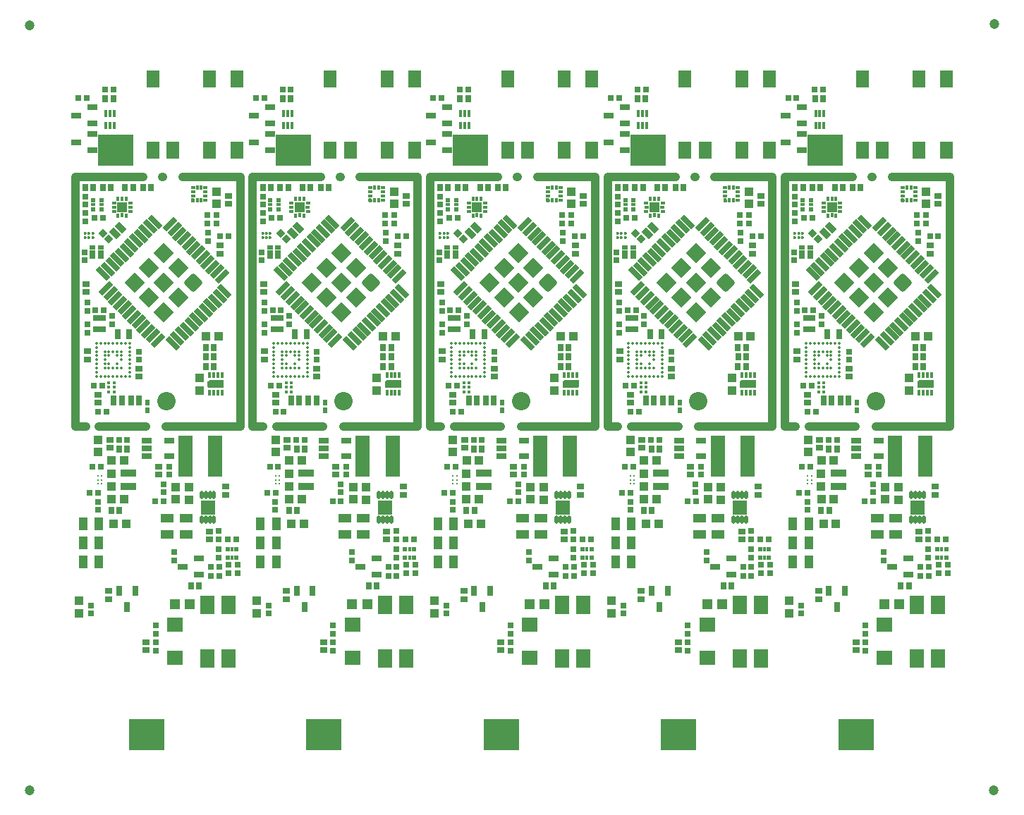
<source format=gbs>
G04*
G04 #@! TF.GenerationSoftware,Altium Limited,Altium Designer,19.1.8 (144)*
G04*
G04 Layer_Color=16711935*
%FSAX25Y25*%
%MOIN*%
G70*
G01*
G75*
%ADD19C,0.03937*%
%ADD28R,0.01968X0.02362*%
%ADD32R,0.02362X0.01968*%
%ADD78C,0.04737*%
%ADD80R,0.01784X0.01883*%
%ADD81R,0.01883X0.01784*%
%ADD82R,0.01194X0.01194*%
%ADD83R,0.03950X0.03950*%
%ADD84R,0.03320X0.03162*%
%ADD85R,0.05918X0.07887*%
%ADD86R,0.03044X0.03241*%
%ADD87R,0.05918X0.04343*%
%ADD88R,0.02769X0.03162*%
%ADD89R,0.16548X0.14580*%
%ADD90R,0.07414X0.06784*%
%ADD91R,0.04737X0.04737*%
%ADD92R,0.03162X0.02769*%
%ADD93R,0.06902X0.09068*%
%ADD94R,0.04540X0.02690*%
%ADD95C,0.01378*%
G04:AMPARAMS|DCode=96|XSize=47.37mil|YSize=31.62mil|CornerRadius=0mil|HoleSize=0mil|Usage=FLASHONLY|Rotation=315.000|XOffset=0mil|YOffset=0mil|HoleType=Round|Shape=Rectangle|*
%AMROTATEDRECTD96*
4,1,4,-0.02793,0.00557,-0.00557,0.02793,0.02793,-0.00557,0.00557,-0.02793,-0.02793,0.00557,0.0*
%
%ADD96ROTATEDRECTD96*%

%ADD97R,0.03162X0.03320*%
%ADD98R,0.03950X0.03950*%
G04:AMPARAMS|DCode=99|XSize=27.69mil|YSize=74.93mil|CornerRadius=0mil|HoleSize=0mil|Usage=FLASHONLY|Rotation=45.000|XOffset=0mil|YOffset=0mil|HoleType=Round|Shape=Rectangle|*
%AMROTATEDRECTD99*
4,1,4,0.01670,-0.03628,-0.03628,0.01670,-0.01670,0.03628,0.03628,-0.01670,0.01670,-0.03628,0.0*
%
%ADD99ROTATEDRECTD99*%

G04:AMPARAMS|DCode=100|XSize=27.69mil|YSize=74.93mil|CornerRadius=0mil|HoleSize=0mil|Usage=FLASHONLY|Rotation=135.000|XOffset=0mil|YOffset=0mil|HoleType=Round|Shape=Rectangle|*
%AMROTATEDRECTD100*
4,1,4,0.03628,0.01670,-0.01670,-0.03628,-0.03628,-0.01670,0.01670,0.03628,0.03628,0.01670,0.0*
%
%ADD100ROTATEDRECTD100*%

G04:AMPARAMS|DCode=101|XSize=67.06mil|YSize=67.06mil|CornerRadius=9.91mil|HoleSize=0mil|Usage=FLASHONLY|Rotation=135.000|XOffset=0mil|YOffset=0mil|HoleType=Round|Shape=RoundedRectangle|*
%AMROUNDEDRECTD101*
21,1,0.06706,0.04724,0,0,135.0*
21,1,0.04724,0.06706,0,0,135.0*
1,1,0.01981,0.00000,0.03341*
1,1,0.01981,0.03341,0.00000*
1,1,0.01981,0.00000,-0.03341*
1,1,0.01981,-0.03341,0.00000*
%
%ADD101ROUNDEDRECTD101*%
%ADD102P,0.09483X4X180.0*%
%ADD103R,0.01968X0.01575*%
%ADD104C,0.01417*%
%ADD105R,0.04528X0.04528*%
%ADD106R,0.01772X0.02461*%
%ADD107R,0.02461X0.01772*%
G04:AMPARAMS|DCode=108|XSize=32.41mil|YSize=30.44mil|CornerRadius=0mil|HoleSize=0mil|Usage=FLASHONLY|Rotation=225.000|XOffset=0mil|YOffset=0mil|HoleType=Round|Shape=Rectangle|*
%AMROTATEDRECTD108*
4,1,4,0.00070,0.02222,0.02222,0.00070,-0.00070,-0.02222,-0.02222,-0.00070,0.00070,0.02222,0.0*
%
%ADD108ROTATEDRECTD108*%

%ADD109R,0.02769X0.01981*%
%ADD110R,0.06706X0.07099*%
G04:AMPARAMS|DCode=111|XSize=17.84mil|YSize=41.47mil|CornerRadius=6.46mil|HoleSize=0mil|Usage=FLASHONLY|Rotation=180.000|XOffset=0mil|YOffset=0mil|HoleType=Round|Shape=RoundedRectangle|*
%AMROUNDEDRECTD111*
21,1,0.01784,0.02854,0,0,180.0*
21,1,0.00492,0.04147,0,0,180.0*
1,1,0.01292,-0.00246,0.01427*
1,1,0.01292,0.00246,0.01427*
1,1,0.01292,0.00246,-0.01427*
1,1,0.01292,-0.00246,-0.01427*
%
%ADD111ROUNDEDRECTD111*%
%ADD112R,0.06706X0.19304*%
%ADD113R,0.01772X0.03740*%
%ADD114R,0.01575X0.01968*%
%ADD115R,0.03162X0.05131*%
%ADD116R,0.01981X0.02572*%
%ADD117R,0.02690X0.04540*%
%ADD118R,0.02769X0.02769*%
%ADD119R,0.01575X0.03150*%
%ADD120R,0.01575X0.01575*%
%ADD121R,0.03044X0.04737*%
%ADD122R,0.03162X0.04737*%
%ADD123R,0.02178X0.02769*%
%ADD124R,0.07493X0.03556*%
%ADD125C,0.01260*%
%ADD126R,0.04343X0.05918*%
%ADD127C,0.08674*%
G36*
X0433088Y0300419D02*
X0433113Y0300417D01*
X0433113Y0300417D01*
X0433113D01*
X0433139Y0300412D01*
X0433165Y0300407D01*
X0433165Y0300407D01*
X0433165Y0300407D01*
X0433193Y0300397D01*
X0433214Y0300390D01*
X0433215Y0300390D01*
X0433215Y0300390D01*
X0433244Y0300376D01*
X0433261Y0300367D01*
X0433261Y0300367D01*
X0433261Y0300367D01*
X0433279Y0300355D01*
X0433305Y0300338D01*
X0433305Y0300338D01*
X0433305Y0300338D01*
X0433317Y0300328D01*
X0433345Y0300303D01*
X0433345Y0300303D01*
X0433345Y0300303D01*
X0433689Y0299959D01*
X0433689Y0299959D01*
X0433689Y0299959D01*
X0433724Y0299919D01*
X0433743Y0299890D01*
X0433753Y0299876D01*
X0433753Y0299876D01*
D01*
X0433754Y0299874D01*
X0433776Y0299829D01*
X0433777Y0299826D01*
X0433793Y0299779D01*
X0433799Y0299748D01*
X0433803Y0299728D01*
X0433807Y0299675D01*
Y0299675D01*
Y0299675D01*
X0433807Y0299036D01*
X0433803Y0298983D01*
X0433799Y0298963D01*
X0433793Y0298932D01*
X0433776Y0298882D01*
X0433753Y0298835D01*
D01*
X0433753Y0298835D01*
X0433743Y0298820D01*
X0433724Y0298792D01*
X0433689Y0298752D01*
X0433689Y0298752D01*
X0433689Y0298752D01*
X0433650Y0298717D01*
X0433621Y0298698D01*
X0433606Y0298688D01*
X0433606Y0298688D01*
D01*
X0433559Y0298665D01*
X0433509Y0298648D01*
X0433478Y0298642D01*
X0433458Y0298638D01*
X0433406Y0298635D01*
X0432323D01*
X0432271Y0298638D01*
X0432219Y0298648D01*
X0432170Y0298665D01*
X0432123Y0298688D01*
X0432079Y0298717D01*
X0432040Y0298752D01*
X0432005Y0298792D01*
X0431976Y0298835D01*
X0431953Y0298882D01*
X0431936Y0298932D01*
X0431926Y0298983D01*
X0431922Y0299036D01*
Y0300020D01*
X0431924Y0300047D01*
X0431926Y0300072D01*
X0431926Y0300072D01*
Y0300072D01*
X0431931Y0300097D01*
X0431936Y0300123D01*
X0431936Y0300124D01*
X0431936Y0300124D01*
X0431942Y0300142D01*
X0431953Y0300173D01*
X0431953Y0300173D01*
X0431953Y0300173D01*
X0431963Y0300194D01*
X0431976Y0300220D01*
X0431976Y0300220D01*
X0431976Y0300220D01*
X0431988Y0300238D01*
X0432005Y0300264D01*
X0432005Y0300264D01*
X0432005Y0300264D01*
X0432015Y0300275D01*
X0432040Y0300303D01*
X0432040Y0300303D01*
X0432040Y0300303D01*
X0432067Y0300327D01*
X0432079Y0300338D01*
X0432079Y0300338D01*
X0432079Y0300338D01*
X0432105Y0300355D01*
X0432123Y0300367D01*
X0432123Y0300367D01*
X0432123Y0300367D01*
X0432148Y0300379D01*
X0432170Y0300390D01*
X0432170Y0300390D01*
X0432170Y0300390D01*
X0432201Y0300401D01*
X0432219Y0300407D01*
X0432219Y0300407D01*
X0432219Y0300407D01*
X0432245Y0300412D01*
X0432271Y0300417D01*
X0432271D01*
X0432271Y0300417D01*
X0432296Y0300419D01*
X0432323Y0300421D01*
X0433061Y0300421D01*
X0433061D01*
X0433061D01*
X0433088Y0300419D01*
D02*
G37*
G36*
X0349230D02*
X0349255Y0300417D01*
X0349255Y0300417D01*
X0349255D01*
X0349280Y0300412D01*
X0349307Y0300407D01*
X0349307Y0300407D01*
X0349307Y0300407D01*
X0349335Y0300397D01*
X0349356Y0300390D01*
X0349356Y0300390D01*
X0349356Y0300390D01*
X0349386Y0300376D01*
X0349403Y0300367D01*
X0349403Y0300367D01*
X0349403Y0300367D01*
X0349421Y0300355D01*
X0349447Y0300338D01*
X0349447Y0300338D01*
X0349447Y0300338D01*
X0349459Y0300328D01*
X0349486Y0300303D01*
X0349486Y0300303D01*
X0349486Y0300303D01*
X0349831Y0299959D01*
X0349831Y0299959D01*
X0349831Y0299959D01*
X0349866Y0299919D01*
X0349885Y0299890D01*
X0349895Y0299876D01*
X0349895Y0299876D01*
D01*
X0349895Y0299874D01*
X0349918Y0299829D01*
X0349919Y0299826D01*
X0349935Y0299779D01*
X0349941Y0299748D01*
X0349945Y0299728D01*
X0349948Y0299675D01*
Y0299675D01*
Y0299675D01*
X0349948Y0299036D01*
X0349945Y0298983D01*
X0349941Y0298963D01*
X0349935Y0298932D01*
X0349918Y0298882D01*
X0349895Y0298835D01*
D01*
X0349895Y0298835D01*
X0349885Y0298820D01*
X0349866Y0298792D01*
X0349831Y0298752D01*
X0349831Y0298752D01*
X0349831Y0298752D01*
X0349792Y0298717D01*
X0349763Y0298698D01*
X0349748Y0298688D01*
X0349748Y0298688D01*
D01*
X0349701Y0298665D01*
X0349651Y0298648D01*
X0349620Y0298642D01*
X0349600Y0298638D01*
X0349547Y0298635D01*
X0348465D01*
X0348412Y0298638D01*
X0348361Y0298648D01*
X0348311Y0298665D01*
X0348264Y0298688D01*
X0348221Y0298717D01*
X0348181Y0298752D01*
X0348147Y0298792D01*
X0348118Y0298835D01*
X0348094Y0298882D01*
X0348078Y0298932D01*
X0348067Y0298983D01*
X0348064Y0299036D01*
Y0300020D01*
X0348066Y0300047D01*
X0348067Y0300072D01*
X0348067Y0300072D01*
Y0300072D01*
X0348072Y0300097D01*
X0348078Y0300123D01*
X0348078Y0300124D01*
X0348078Y0300124D01*
X0348084Y0300142D01*
X0348094Y0300173D01*
X0348094Y0300173D01*
X0348094Y0300173D01*
X0348105Y0300194D01*
X0348118Y0300220D01*
X0348118Y0300220D01*
X0348118Y0300220D01*
X0348129Y0300238D01*
X0348147Y0300264D01*
X0348147Y0300264D01*
X0348147Y0300264D01*
X0348157Y0300275D01*
X0348181Y0300303D01*
X0348181Y0300303D01*
X0348181Y0300303D01*
X0348209Y0300327D01*
X0348221Y0300338D01*
X0348221Y0300338D01*
X0348221Y0300338D01*
X0348247Y0300355D01*
X0348264Y0300367D01*
X0348264Y0300367D01*
X0348264Y0300367D01*
X0348290Y0300379D01*
X0348311Y0300390D01*
X0348311Y0300390D01*
X0348311Y0300390D01*
X0348342Y0300401D01*
X0348361Y0300407D01*
X0348361Y0300407D01*
X0348361Y0300407D01*
X0348387Y0300412D01*
X0348412Y0300417D01*
X0348412D01*
X0348412Y0300417D01*
X0348437Y0300419D01*
X0348465Y0300421D01*
X0349203Y0300421D01*
X0349203D01*
X0349203D01*
X0349230Y0300419D01*
D02*
G37*
G36*
X0265372D02*
X0265397Y0300417D01*
X0265397Y0300417D01*
X0265397D01*
X0265422Y0300412D01*
X0265448Y0300407D01*
X0265448Y0300407D01*
X0265448Y0300407D01*
X0265476Y0300397D01*
X0265498Y0300390D01*
X0265498Y0300390D01*
X0265498Y0300390D01*
X0265528Y0300376D01*
X0265545Y0300367D01*
X0265545Y0300367D01*
X0265545Y0300367D01*
X0265563Y0300355D01*
X0265588Y0300338D01*
X0265588Y0300338D01*
X0265588Y0300338D01*
X0265600Y0300328D01*
X0265628Y0300303D01*
X0265628Y0300303D01*
X0265628Y0300303D01*
X0265973Y0299959D01*
X0265973Y0299959D01*
X0265973Y0299959D01*
X0266007Y0299919D01*
X0266027Y0299890D01*
X0266036Y0299876D01*
X0266036Y0299876D01*
D01*
X0266037Y0299874D01*
X0266059Y0299829D01*
X0266060Y0299826D01*
X0266076Y0299779D01*
X0266083Y0299748D01*
X0266087Y0299728D01*
X0266090Y0299675D01*
Y0299675D01*
Y0299675D01*
X0266090Y0299036D01*
X0266087Y0298983D01*
X0266083Y0298963D01*
X0266076Y0298932D01*
X0266059Y0298882D01*
X0266036Y0298835D01*
D01*
X0266036Y0298835D01*
X0266026Y0298820D01*
X0266007Y0298792D01*
X0265973Y0298752D01*
X0265973Y0298752D01*
X0265973Y0298752D01*
X0265933Y0298717D01*
X0265904Y0298698D01*
X0265890Y0298688D01*
X0265890Y0298688D01*
D01*
X0265843Y0298665D01*
X0265793Y0298648D01*
X0265762Y0298642D01*
X0265741Y0298638D01*
X0265689Y0298635D01*
X0264606D01*
X0264554Y0298638D01*
X0264503Y0298648D01*
X0264453Y0298665D01*
X0264406Y0298688D01*
X0264362Y0298717D01*
X0264323Y0298752D01*
X0264288Y0298792D01*
X0264259Y0298835D01*
X0264236Y0298882D01*
X0264219Y0298932D01*
X0264209Y0298983D01*
X0264206Y0299036D01*
Y0300020D01*
X0264207Y0300047D01*
X0264209Y0300072D01*
X0264209Y0300072D01*
Y0300072D01*
X0264214Y0300097D01*
X0264219Y0300123D01*
X0264219Y0300124D01*
X0264219Y0300124D01*
X0264226Y0300142D01*
X0264236Y0300173D01*
X0264236Y0300173D01*
X0264236Y0300173D01*
X0264247Y0300194D01*
X0264259Y0300220D01*
X0264259Y0300220D01*
X0264259Y0300220D01*
X0264271Y0300238D01*
X0264288Y0300264D01*
X0264288Y0300264D01*
X0264288Y0300264D01*
X0264299Y0300275D01*
X0264323Y0300303D01*
X0264323Y0300303D01*
X0264323Y0300303D01*
X0264351Y0300327D01*
X0264362Y0300338D01*
X0264362Y0300338D01*
X0264362Y0300338D01*
X0264388Y0300355D01*
X0264406Y0300367D01*
X0264406Y0300367D01*
X0264406Y0300367D01*
X0264432Y0300379D01*
X0264453Y0300390D01*
X0264453Y0300390D01*
X0264453Y0300390D01*
X0264484Y0300401D01*
X0264503Y0300407D01*
X0264503Y0300407D01*
X0264503Y0300407D01*
X0264529Y0300412D01*
X0264554Y0300417D01*
X0264554D01*
X0264554Y0300417D01*
X0264579Y0300419D01*
X0264606Y0300421D01*
X0265344Y0300421D01*
X0265345D01*
X0265345D01*
X0265372Y0300419D01*
D02*
G37*
G36*
X0181514D02*
X0181538Y0300417D01*
X0181538Y0300417D01*
X0181538D01*
X0181564Y0300412D01*
X0181590Y0300407D01*
X0181590Y0300407D01*
X0181590Y0300407D01*
X0181618Y0300397D01*
X0181640Y0300390D01*
X0181640Y0300390D01*
X0181640Y0300390D01*
X0181669Y0300376D01*
X0181687Y0300367D01*
X0181687Y0300367D01*
X0181687Y0300367D01*
X0181704Y0300355D01*
X0181730Y0300338D01*
X0181730Y0300338D01*
X0181730Y0300338D01*
X0181742Y0300328D01*
X0181770Y0300303D01*
X0181770Y0300303D01*
X0181770Y0300303D01*
X0182114Y0299959D01*
X0182114Y0299959D01*
X0182114Y0299959D01*
X0182149Y0299919D01*
X0182168Y0299890D01*
X0182178Y0299876D01*
X0182178Y0299876D01*
D01*
X0182179Y0299874D01*
X0182201Y0299829D01*
X0182202Y0299826D01*
X0182218Y0299779D01*
X0182224Y0299748D01*
X0182228Y0299728D01*
X0182232Y0299675D01*
Y0299675D01*
Y0299675D01*
X0182232Y0299036D01*
X0182228Y0298983D01*
X0182224Y0298963D01*
X0182218Y0298932D01*
X0182201Y0298882D01*
X0182178Y0298835D01*
D01*
X0182178Y0298835D01*
X0182168Y0298820D01*
X0182149Y0298792D01*
X0182114Y0298752D01*
X0182114Y0298752D01*
X0182114Y0298752D01*
X0182075Y0298717D01*
X0182046Y0298698D01*
X0182031Y0298688D01*
X0182031Y0298688D01*
D01*
X0181984Y0298665D01*
X0181935Y0298648D01*
X0181904Y0298642D01*
X0181883Y0298638D01*
X0181831Y0298635D01*
X0180748D01*
X0180696Y0298638D01*
X0180644Y0298648D01*
X0180595Y0298665D01*
X0180548Y0298688D01*
X0180504Y0298717D01*
X0180465Y0298752D01*
X0180430Y0298792D01*
X0180401Y0298835D01*
X0180378Y0298882D01*
X0180361Y0298932D01*
X0180351Y0298983D01*
X0180347Y0299036D01*
Y0300020D01*
X0180349Y0300047D01*
X0180351Y0300072D01*
X0180351Y0300072D01*
Y0300072D01*
X0180356Y0300097D01*
X0180361Y0300123D01*
X0180361Y0300124D01*
X0180361Y0300124D01*
X0180367Y0300142D01*
X0180378Y0300173D01*
X0180378Y0300173D01*
X0180378Y0300173D01*
X0180388Y0300194D01*
X0180401Y0300220D01*
X0180401Y0300220D01*
X0180401Y0300220D01*
X0180413Y0300238D01*
X0180430Y0300264D01*
X0180430Y0300264D01*
X0180430Y0300264D01*
X0180440Y0300275D01*
X0180465Y0300303D01*
X0180465Y0300303D01*
X0180465Y0300303D01*
X0180492Y0300327D01*
X0180504Y0300338D01*
X0180504Y0300338D01*
X0180504Y0300338D01*
X0180530Y0300355D01*
X0180548Y0300367D01*
X0180548Y0300367D01*
X0180548Y0300367D01*
X0180573Y0300379D01*
X0180595Y0300390D01*
X0180595Y0300390D01*
X0180595Y0300390D01*
X0180626Y0300401D01*
X0180644Y0300407D01*
X0180644Y0300407D01*
X0180644Y0300407D01*
X0180670Y0300412D01*
X0180696Y0300417D01*
X0180696D01*
X0180696Y0300417D01*
X0180721Y0300419D01*
X0180748Y0300421D01*
X0181486Y0300421D01*
X0181486D01*
X0181486D01*
X0181514Y0300419D01*
D02*
G37*
G36*
X0097655D02*
X0097680Y0300417D01*
X0097680Y0300417D01*
X0097680D01*
X0097706Y0300412D01*
X0097732Y0300407D01*
X0097732Y0300407D01*
X0097732Y0300407D01*
X0097760Y0300397D01*
X0097781Y0300390D01*
X0097781Y0300390D01*
X0097781Y0300390D01*
X0097811Y0300376D01*
X0097828Y0300367D01*
X0097828Y0300367D01*
X0097828Y0300367D01*
X0097846Y0300355D01*
X0097872Y0300338D01*
X0097872Y0300338D01*
X0097872Y0300338D01*
X0097884Y0300328D01*
X0097911Y0300303D01*
X0097911Y0300303D01*
X0097911Y0300303D01*
X0098256Y0299959D01*
X0098256Y0299959D01*
X0098256Y0299959D01*
X0098291Y0299919D01*
X0098310Y0299890D01*
X0098320Y0299876D01*
X0098320Y0299876D01*
D01*
X0098320Y0299874D01*
X0098343Y0299829D01*
X0098344Y0299826D01*
X0098360Y0299779D01*
X0098366Y0299748D01*
X0098370Y0299728D01*
X0098374Y0299675D01*
Y0299675D01*
Y0299675D01*
X0098373Y0299036D01*
X0098370Y0298983D01*
X0098366Y0298963D01*
X0098360Y0298932D01*
X0098343Y0298882D01*
X0098320Y0298835D01*
D01*
X0098320Y0298835D01*
X0098310Y0298820D01*
X0098291Y0298792D01*
X0098256Y0298752D01*
X0098256Y0298752D01*
X0098256Y0298752D01*
X0098217Y0298717D01*
X0098188Y0298698D01*
X0098173Y0298688D01*
X0098173Y0298688D01*
D01*
X0098126Y0298665D01*
X0098076Y0298648D01*
X0098045Y0298642D01*
X0098025Y0298638D01*
X0097973Y0298635D01*
X0096890D01*
X0096838Y0298638D01*
X0096786Y0298648D01*
X0096737Y0298665D01*
X0096689Y0298688D01*
X0096646Y0298717D01*
X0096606Y0298752D01*
X0096572Y0298792D01*
X0096543Y0298835D01*
X0096520Y0298882D01*
X0096503Y0298932D01*
X0096492Y0298983D01*
X0096489Y0299036D01*
Y0300020D01*
X0096491Y0300047D01*
X0096492Y0300072D01*
X0096492Y0300072D01*
Y0300072D01*
X0096497Y0300097D01*
X0096503Y0300123D01*
X0096503Y0300124D01*
X0096503Y0300124D01*
X0096509Y0300142D01*
X0096520Y0300173D01*
X0096520Y0300173D01*
X0096520Y0300173D01*
X0096530Y0300194D01*
X0096543Y0300220D01*
X0096543Y0300220D01*
X0096543Y0300220D01*
X0096554Y0300238D01*
X0096572Y0300264D01*
X0096572Y0300264D01*
X0096572Y0300264D01*
X0096582Y0300275D01*
X0096606Y0300303D01*
X0096606Y0300303D01*
X0096606Y0300303D01*
X0096634Y0300327D01*
X0096646Y0300338D01*
X0096646Y0300338D01*
X0096646Y0300338D01*
X0096672Y0300355D01*
X0096689Y0300367D01*
X0096689Y0300367D01*
X0096689Y0300367D01*
X0096715Y0300379D01*
X0096736Y0300390D01*
X0096736Y0300390D01*
X0096737Y0300390D01*
X0096767Y0300401D01*
X0096786Y0300407D01*
X0096786Y0300407D01*
X0096786Y0300407D01*
X0096812Y0300412D01*
X0096838Y0300417D01*
X0096838D01*
X0096838Y0300417D01*
X0096862Y0300419D01*
X0096890Y0300421D01*
X0097628Y0300421D01*
X0097628D01*
X0097628D01*
X0097655Y0300419D01*
D02*
G37*
G36*
X0447120Y0214650D02*
X0447150Y0214643D01*
X0447171Y0214639D01*
X0447171Y0214639D01*
D01*
X0447221Y0214622D01*
X0447268Y0214599D01*
X0447311Y0214570D01*
X0447348Y0214538D01*
X0447351Y0214535D01*
Y0214535D01*
X0447351D01*
X0447353Y0214533D01*
X0447385Y0214496D01*
X0447414Y0214453D01*
X0447438Y0214405D01*
X0447454Y0214356D01*
D01*
X0447454Y0214356D01*
X0447459Y0214335D01*
X0447465Y0214304D01*
X0447468Y0214252D01*
Y0214252D01*
Y0214252D01*
X0447468Y0211182D01*
X0447466Y0211157D01*
X0447465Y0211130D01*
X0447465Y0211130D01*
X0447465Y0211130D01*
X0447460Y0211106D01*
X0447454Y0211079D01*
X0447454Y0211078D01*
X0447454Y0211078D01*
X0447447Y0211057D01*
X0447437Y0211029D01*
X0447437Y0211029D01*
X0447437Y0211029D01*
X0447427Y0211007D01*
X0447414Y0210982D01*
X0447414Y0210982D01*
X0447414Y0210981D01*
X0447399Y0210958D01*
X0447385Y0210938D01*
X0447385Y0210938D01*
X0447385Y0210938D01*
X0447367Y0210917D01*
X0447351Y0210899D01*
X0447351Y0210899D01*
X0447351Y0210898D01*
X0447333Y0210883D01*
X0447311Y0210864D01*
X0447311Y0210864D01*
X0447311Y0210864D01*
X0447292Y0210851D01*
X0447268Y0210835D01*
X0447268Y0210835D01*
X0447267Y0210835D01*
X0447242Y0210822D01*
X0447221Y0210812D01*
X0447221Y0210812D01*
X0447221Y0210812D01*
X0447192Y0210802D01*
X0447171Y0210795D01*
X0447171Y0210795D01*
X0447171Y0210795D01*
X0447144Y0210789D01*
X0447120Y0210785D01*
X0447120Y0210785D01*
X0447119Y0210785D01*
X0447093Y0210783D01*
X0447067Y0210781D01*
X0440218Y0210776D01*
X0440217Y0210776D01*
X0440217Y0210776D01*
X0440197Y0210778D01*
X0440165Y0210780D01*
X0440165Y0210780D01*
X0440165D01*
X0440141Y0210785D01*
X0440114Y0210790D01*
X0440114Y0210790D01*
X0440114Y0210790D01*
X0440088Y0210799D01*
X0440064Y0210807D01*
X0440064Y0210807D01*
X0440064Y0210807D01*
X0440047Y0210815D01*
X0440017Y0210830D01*
X0440017Y0210830D01*
X0440017Y0210830D01*
X0440000Y0210841D01*
X0439973Y0210859D01*
X0439973Y0210859D01*
X0439973Y0210859D01*
X0439956Y0210874D01*
X0439934Y0210894D01*
X0439934Y0210894D01*
X0439934Y0210894D01*
X0439915Y0210915D01*
X0439899Y0210933D01*
X0439899Y0210933D01*
X0439899Y0210933D01*
X0439882Y0210960D01*
X0439870Y0210977D01*
X0439870Y0210977D01*
X0439870Y0210977D01*
X0439855Y0211007D01*
X0439847Y0211023D01*
X0439847Y0211023D01*
X0439847Y0211024D01*
X0439839Y0211047D01*
X0439830Y0211073D01*
X0439830Y0211073D01*
X0439830Y0211073D01*
X0439825Y0211099D01*
X0439820Y0211124D01*
Y0211125D01*
X0439820Y0211125D01*
X0439818Y0211156D01*
X0439816Y0211177D01*
X0439816Y0211177D01*
X0439816Y0211177D01*
X0439816Y0213661D01*
X0439816Y0213662D01*
X0439816Y0213662D01*
X0439818Y0213691D01*
X0439819Y0213714D01*
X0439819Y0213714D01*
X0439819Y0213714D01*
X0439824Y0213738D01*
X0439829Y0213765D01*
X0439829Y0213766D01*
X0439829Y0213766D01*
X0439836Y0213783D01*
X0439846Y0213815D01*
X0439846Y0213815D01*
X0439846Y0213815D01*
X0439858Y0213839D01*
X0439869Y0213862D01*
X0439869Y0213862D01*
X0439870Y0213862D01*
X0439888Y0213889D01*
X0439899Y0213906D01*
X0439899Y0213906D01*
X0439899Y0213906D01*
X0439918Y0213928D01*
X0439933Y0213945D01*
X0439933Y0213945D01*
X0439933Y0213945D01*
X0440525Y0214536D01*
X0440542Y0214551D01*
X0440564Y0214570D01*
X0440564Y0214570D01*
X0440564Y0214570D01*
X0440584Y0214583D01*
X0440608Y0214599D01*
X0440608Y0214599D01*
X0440608Y0214599D01*
X0440631Y0214611D01*
X0440655Y0214622D01*
X0440655Y0214622D01*
X0440655Y0214622D01*
X0440673Y0214629D01*
X0440704Y0214639D01*
X0440704Y0214639D01*
X0440705Y0214639D01*
X0440723Y0214643D01*
X0440756Y0214649D01*
X0440756Y0214649D01*
X0440756Y0214649D01*
X0440780Y0214651D01*
X0440808Y0214653D01*
X0447067Y0214653D01*
X0447067D01*
X0447067D01*
X0447120Y0214650D01*
D02*
G37*
G36*
X0363261D02*
X0363292Y0214643D01*
X0363313Y0214639D01*
X0363313Y0214639D01*
D01*
X0363362Y0214622D01*
X0363409Y0214599D01*
X0363453Y0214570D01*
X0363490Y0214538D01*
X0363492Y0214535D01*
Y0214535D01*
X0363492D01*
X0363495Y0214533D01*
X0363527Y0214496D01*
X0363556Y0214453D01*
X0363579Y0214405D01*
X0363596Y0214356D01*
D01*
X0363596Y0214356D01*
X0363600Y0214335D01*
X0363606Y0214304D01*
X0363610Y0214252D01*
Y0214252D01*
Y0214252D01*
X0363610Y0211182D01*
X0363608Y0211157D01*
X0363606Y0211130D01*
X0363606Y0211130D01*
X0363606Y0211130D01*
X0363601Y0211106D01*
X0363596Y0211079D01*
X0363596Y0211078D01*
X0363596Y0211078D01*
X0363589Y0211057D01*
X0363579Y0211029D01*
X0363579Y0211029D01*
X0363579Y0211029D01*
X0363569Y0211007D01*
X0363556Y0210982D01*
X0363556Y0210982D01*
X0363556Y0210981D01*
X0363540Y0210958D01*
X0363527Y0210938D01*
X0363527Y0210938D01*
X0363527Y0210938D01*
X0363508Y0210917D01*
X0363492Y0210899D01*
X0363492Y0210899D01*
X0363492Y0210898D01*
X0363474Y0210883D01*
X0363453Y0210864D01*
X0363453Y0210864D01*
X0363453Y0210864D01*
X0363433Y0210851D01*
X0363409Y0210835D01*
X0363409Y0210835D01*
X0363409Y0210835D01*
X0363384Y0210822D01*
X0363362Y0210812D01*
X0363362Y0210812D01*
X0363362Y0210812D01*
X0363334Y0210802D01*
X0363313Y0210795D01*
X0363313Y0210795D01*
X0363313Y0210795D01*
X0363285Y0210789D01*
X0363261Y0210785D01*
X0363261Y0210785D01*
X0363261Y0210785D01*
X0363235Y0210783D01*
X0363209Y0210781D01*
X0356359Y0210776D01*
X0356359Y0210776D01*
X0356359Y0210776D01*
X0356339Y0210778D01*
X0356307Y0210780D01*
X0356307Y0210780D01*
X0356307D01*
X0356282Y0210785D01*
X0356256Y0210790D01*
X0356256Y0210790D01*
X0356255Y0210790D01*
X0356229Y0210799D01*
X0356206Y0210807D01*
X0356206Y0210807D01*
X0356206Y0210807D01*
X0356189Y0210815D01*
X0356159Y0210830D01*
X0356159Y0210830D01*
X0356159Y0210830D01*
X0356142Y0210841D01*
X0356115Y0210859D01*
X0356115Y0210859D01*
X0356115Y0210859D01*
X0356098Y0210874D01*
X0356076Y0210894D01*
X0356076Y0210894D01*
X0356076Y0210894D01*
X0356057Y0210915D01*
X0356041Y0210933D01*
X0356041Y0210933D01*
X0356041Y0210933D01*
X0356023Y0210960D01*
X0356012Y0210977D01*
X0356012Y0210977D01*
X0356012Y0210977D01*
X0355997Y0211007D01*
X0355989Y0211023D01*
X0355989Y0211023D01*
X0355989Y0211024D01*
X0355981Y0211047D01*
X0355972Y0211073D01*
X0355972Y0211073D01*
X0355972Y0211073D01*
X0355967Y0211099D01*
X0355962Y0211124D01*
Y0211125D01*
X0355962Y0211125D01*
X0355960Y0211156D01*
X0355958Y0211177D01*
X0355958Y0211177D01*
X0355958Y0211177D01*
X0355958Y0213661D01*
X0355958Y0213662D01*
X0355958Y0213662D01*
X0355959Y0213691D01*
X0355961Y0213714D01*
X0355961Y0213714D01*
X0355961Y0213714D01*
X0355966Y0213738D01*
X0355971Y0213765D01*
X0355971Y0213766D01*
X0355971Y0213766D01*
X0355977Y0213783D01*
X0355988Y0213815D01*
X0355988Y0213815D01*
X0355988Y0213815D01*
X0356000Y0213839D01*
X0356011Y0213862D01*
X0356011Y0213862D01*
X0356011Y0213862D01*
X0356029Y0213889D01*
X0356040Y0213906D01*
X0356040Y0213906D01*
X0356041Y0213906D01*
X0356060Y0213928D01*
X0356075Y0213945D01*
X0356075Y0213945D01*
X0356075Y0213945D01*
X0356666Y0214536D01*
X0356684Y0214551D01*
X0356706Y0214570D01*
X0356706Y0214570D01*
X0356706Y0214570D01*
X0356726Y0214583D01*
X0356749Y0214599D01*
X0356749Y0214599D01*
X0356750Y0214599D01*
X0356773Y0214611D01*
X0356796Y0214622D01*
X0356797Y0214622D01*
X0356797Y0214622D01*
X0356815Y0214629D01*
X0356846Y0214639D01*
X0356846Y0214639D01*
X0356846Y0214639D01*
X0356865Y0214643D01*
X0356897Y0214649D01*
X0356898Y0214649D01*
X0356898Y0214649D01*
X0356922Y0214651D01*
X0356950Y0214653D01*
X0363209Y0214653D01*
X0363209D01*
X0363209D01*
X0363261Y0214650D01*
D02*
G37*
G36*
X0279403D02*
X0279434Y0214643D01*
X0279454Y0214639D01*
X0279454Y0214639D01*
D01*
X0279504Y0214622D01*
X0279551Y0214599D01*
X0279595Y0214570D01*
X0279631Y0214538D01*
X0279634Y0214535D01*
Y0214535D01*
X0279634D01*
X0279637Y0214533D01*
X0279669Y0214496D01*
X0279698Y0214453D01*
X0279721Y0214405D01*
X0279738Y0214356D01*
D01*
X0279738Y0214356D01*
X0279742Y0214335D01*
X0279748Y0214304D01*
X0279751Y0214252D01*
Y0214252D01*
Y0214252D01*
X0279751Y0211182D01*
X0279750Y0211157D01*
X0279748Y0211130D01*
X0279748Y0211130D01*
X0279748Y0211130D01*
X0279743Y0211106D01*
X0279738Y0211079D01*
X0279738Y0211078D01*
X0279738Y0211078D01*
X0279731Y0211057D01*
X0279721Y0211029D01*
X0279721Y0211029D01*
X0279721Y0211029D01*
X0279710Y0211007D01*
X0279698Y0210982D01*
X0279698Y0210982D01*
X0279698Y0210981D01*
X0279682Y0210958D01*
X0279669Y0210938D01*
X0279669Y0210938D01*
X0279668Y0210938D01*
X0279650Y0210917D01*
X0279634Y0210899D01*
X0279634Y0210899D01*
X0279634Y0210898D01*
X0279616Y0210883D01*
X0279595Y0210864D01*
X0279595Y0210864D01*
X0279594Y0210864D01*
X0279575Y0210851D01*
X0279551Y0210835D01*
X0279551Y0210835D01*
X0279551Y0210835D01*
X0279525Y0210822D01*
X0279504Y0210812D01*
X0279504Y0210812D01*
X0279504Y0210812D01*
X0279476Y0210802D01*
X0279454Y0210795D01*
X0279454Y0210795D01*
X0279454Y0210795D01*
X0279427Y0210789D01*
X0279403Y0210785D01*
X0279403Y0210785D01*
X0279403Y0210785D01*
X0279377Y0210783D01*
X0279351Y0210781D01*
X0272501Y0210776D01*
X0272501Y0210776D01*
X0272501Y0210776D01*
X0272480Y0210778D01*
X0272449Y0210780D01*
X0272448Y0210780D01*
X0272448D01*
X0272424Y0210785D01*
X0272397Y0210790D01*
X0272397Y0210790D01*
X0272397Y0210790D01*
X0272371Y0210799D01*
X0272347Y0210807D01*
X0272347Y0210807D01*
X0272347Y0210807D01*
X0272331Y0210815D01*
X0272301Y0210830D01*
X0272300Y0210830D01*
X0272300Y0210830D01*
X0272284Y0210841D01*
X0272257Y0210859D01*
X0272257Y0210859D01*
X0272257Y0210859D01*
X0272239Y0210874D01*
X0272217Y0210894D01*
X0272217Y0210894D01*
X0272217Y0210894D01*
X0272198Y0210915D01*
X0272183Y0210933D01*
X0272183Y0210933D01*
X0272183Y0210933D01*
X0272165Y0210960D01*
X0272154Y0210977D01*
X0272154Y0210977D01*
X0272154Y0210977D01*
X0272139Y0211007D01*
X0272130Y0211023D01*
X0272130Y0211023D01*
X0272130Y0211024D01*
X0272123Y0211047D01*
X0272113Y0211073D01*
X0272113Y0211073D01*
X0272113Y0211073D01*
X0272108Y0211099D01*
X0272103Y0211124D01*
Y0211125D01*
X0272103Y0211125D01*
X0272101Y0211156D01*
X0272100Y0211177D01*
X0272100Y0211177D01*
X0272100Y0211177D01*
X0272099Y0213661D01*
X0272099Y0213662D01*
X0272099Y0213662D01*
X0272101Y0213691D01*
X0272103Y0213714D01*
X0272103Y0213714D01*
X0272103Y0213714D01*
X0272107Y0213738D01*
X0272113Y0213765D01*
X0272113Y0213766D01*
X0272113Y0213766D01*
X0272119Y0213783D01*
X0272130Y0213815D01*
X0272130Y0213815D01*
X0272130Y0213815D01*
X0272141Y0213839D01*
X0272153Y0213862D01*
X0272153Y0213862D01*
X0272153Y0213862D01*
X0272171Y0213889D01*
X0272182Y0213906D01*
X0272182Y0213906D01*
X0272182Y0213906D01*
X0272202Y0213928D01*
X0272217Y0213945D01*
X0272217Y0213945D01*
X0272217Y0213945D01*
X0272808Y0214536D01*
X0272825Y0214551D01*
X0272847Y0214570D01*
X0272848Y0214570D01*
X0272848Y0214570D01*
X0272867Y0214583D01*
X0272891Y0214599D01*
X0272891Y0214599D01*
X0272891Y0214599D01*
X0272914Y0214611D01*
X0272938Y0214622D01*
X0272938Y0214622D01*
X0272938Y0214622D01*
X0272956Y0214629D01*
X0272988Y0214639D01*
X0272988Y0214639D01*
X0272988Y0214639D01*
X0273006Y0214643D01*
X0273039Y0214649D01*
X0273039Y0214649D01*
X0273039Y0214649D01*
X0273063Y0214651D01*
X0273091Y0214653D01*
X0279351Y0214653D01*
X0279351D01*
X0279351D01*
X0279403Y0214650D01*
D02*
G37*
G36*
X0195545D02*
X0195575Y0214643D01*
X0195596Y0214639D01*
X0195596Y0214639D01*
D01*
X0195646Y0214622D01*
X0195693Y0214599D01*
X0195736Y0214570D01*
X0195773Y0214538D01*
X0195776Y0214535D01*
Y0214535D01*
X0195776D01*
X0195778Y0214533D01*
X0195810Y0214496D01*
X0195840Y0214453D01*
X0195863Y0214405D01*
X0195879Y0214356D01*
D01*
X0195879Y0214356D01*
X0195884Y0214335D01*
X0195890Y0214304D01*
X0195893Y0214252D01*
Y0214252D01*
Y0214252D01*
X0195893Y0211182D01*
X0195891Y0211157D01*
X0195890Y0211130D01*
X0195890Y0211130D01*
X0195890Y0211130D01*
X0195885Y0211106D01*
X0195879Y0211079D01*
X0195879Y0211078D01*
X0195879Y0211078D01*
X0195872Y0211057D01*
X0195863Y0211029D01*
X0195863Y0211029D01*
X0195862Y0211029D01*
X0195852Y0211007D01*
X0195840Y0210982D01*
X0195839Y0210982D01*
X0195839Y0210981D01*
X0195824Y0210958D01*
X0195810Y0210938D01*
X0195810Y0210938D01*
X0195810Y0210938D01*
X0195792Y0210917D01*
X0195776Y0210899D01*
X0195776Y0210899D01*
X0195776Y0210898D01*
X0195758Y0210883D01*
X0195736Y0210864D01*
X0195736Y0210864D01*
X0195736Y0210864D01*
X0195717Y0210851D01*
X0195693Y0210835D01*
X0195693Y0210835D01*
X0195693Y0210835D01*
X0195667Y0210822D01*
X0195646Y0210812D01*
X0195646Y0210812D01*
X0195646Y0210812D01*
X0195617Y0210802D01*
X0195596Y0210795D01*
X0195596Y0210795D01*
X0195596Y0210795D01*
X0195569Y0210789D01*
X0195545Y0210785D01*
X0195545Y0210785D01*
X0195545Y0210785D01*
X0195518Y0210783D01*
X0195492Y0210781D01*
X0188643Y0210776D01*
X0188643Y0210776D01*
X0188643Y0210776D01*
X0188622Y0210778D01*
X0188590Y0210780D01*
X0188590Y0210780D01*
X0188590D01*
X0188566Y0210785D01*
X0188539Y0210790D01*
X0188539Y0210790D01*
X0188539Y0210790D01*
X0188513Y0210799D01*
X0188489Y0210807D01*
X0188489Y0210807D01*
X0188489Y0210807D01*
X0188472Y0210815D01*
X0188442Y0210830D01*
X0188442Y0210830D01*
X0188442Y0210830D01*
X0188426Y0210841D01*
X0188399Y0210859D01*
X0188399Y0210859D01*
X0188398Y0210859D01*
X0188381Y0210874D01*
X0188359Y0210894D01*
X0188359Y0210894D01*
X0188359Y0210894D01*
X0188340Y0210915D01*
X0188324Y0210933D01*
X0188324Y0210933D01*
X0188324Y0210933D01*
X0188307Y0210960D01*
X0188295Y0210977D01*
X0188295Y0210977D01*
X0188295Y0210977D01*
X0188280Y0211007D01*
X0188272Y0211023D01*
X0188272Y0211023D01*
X0188272Y0211024D01*
X0188264Y0211047D01*
X0188255Y0211073D01*
X0188255Y0211073D01*
X0188255Y0211073D01*
X0188250Y0211099D01*
X0188245Y0211124D01*
Y0211125D01*
X0188245Y0211125D01*
X0188243Y0211156D01*
X0188242Y0211177D01*
X0188242Y0211177D01*
X0188242Y0211177D01*
X0188241Y0213661D01*
X0188241Y0213662D01*
X0188241Y0213662D01*
X0188243Y0213691D01*
X0188244Y0213714D01*
X0188244Y0213714D01*
X0188244Y0213714D01*
X0188249Y0213738D01*
X0188254Y0213765D01*
X0188255Y0213766D01*
X0188255Y0213766D01*
X0188261Y0213783D01*
X0188271Y0213815D01*
X0188271Y0213815D01*
X0188271Y0213815D01*
X0188283Y0213839D01*
X0188294Y0213862D01*
X0188295Y0213862D01*
X0188295Y0213862D01*
X0188313Y0213889D01*
X0188324Y0213906D01*
X0188324Y0213906D01*
X0188324Y0213906D01*
X0188343Y0213928D01*
X0188358Y0213945D01*
X0188358Y0213945D01*
X0188358Y0213945D01*
X0188950Y0214536D01*
X0188967Y0214551D01*
X0188989Y0214570D01*
X0188989Y0214570D01*
X0188989Y0214570D01*
X0189009Y0214583D01*
X0189033Y0214599D01*
X0189033Y0214599D01*
X0189033Y0214599D01*
X0189056Y0214611D01*
X0189080Y0214622D01*
X0189080Y0214622D01*
X0189080Y0214622D01*
X0189098Y0214629D01*
X0189129Y0214639D01*
X0189130Y0214639D01*
X0189130Y0214639D01*
X0189148Y0214643D01*
X0189181Y0214649D01*
X0189181Y0214649D01*
X0189181Y0214649D01*
X0189205Y0214651D01*
X0189233Y0214653D01*
X0195492Y0214653D01*
X0195492D01*
X0195492D01*
X0195545Y0214650D01*
D02*
G37*
G36*
X0111686D02*
X0111717Y0214643D01*
X0111738Y0214639D01*
X0111738Y0214639D01*
D01*
X0111787Y0214622D01*
X0111835Y0214599D01*
X0111878Y0214570D01*
X0111915Y0214538D01*
X0111917Y0214535D01*
Y0214535D01*
X0111917D01*
X0111920Y0214533D01*
X0111952Y0214496D01*
X0111981Y0214453D01*
X0112004Y0214405D01*
X0112021Y0214356D01*
D01*
X0112021Y0214356D01*
X0112025Y0214335D01*
X0112031Y0214304D01*
X0112035Y0214252D01*
Y0214252D01*
Y0214252D01*
X0112035Y0211182D01*
X0112033Y0211157D01*
X0112031Y0211130D01*
X0112031Y0211130D01*
X0112031Y0211130D01*
X0112027Y0211106D01*
X0112021Y0211079D01*
X0112021Y0211078D01*
X0112021Y0211078D01*
X0112014Y0211057D01*
X0112004Y0211029D01*
X0112004Y0211029D01*
X0112004Y0211029D01*
X0111994Y0211007D01*
X0111981Y0210982D01*
X0111981Y0210982D01*
X0111981Y0210981D01*
X0111965Y0210958D01*
X0111952Y0210938D01*
X0111952Y0210938D01*
X0111952Y0210938D01*
X0111933Y0210917D01*
X0111917Y0210899D01*
X0111917Y0210899D01*
X0111917Y0210898D01*
X0111899Y0210883D01*
X0111878Y0210864D01*
X0111878Y0210864D01*
X0111878Y0210864D01*
X0111858Y0210851D01*
X0111835Y0210835D01*
X0111834Y0210835D01*
X0111834Y0210835D01*
X0111809Y0210822D01*
X0111787Y0210812D01*
X0111787Y0210812D01*
X0111787Y0210812D01*
X0111759Y0210802D01*
X0111738Y0210795D01*
X0111738Y0210795D01*
X0111738Y0210795D01*
X0111711Y0210789D01*
X0111687Y0210785D01*
X0111686Y0210785D01*
X0111686Y0210785D01*
X0111660Y0210783D01*
X0111634Y0210781D01*
X0104784Y0210776D01*
X0104784Y0210776D01*
X0104784Y0210776D01*
X0104764Y0210778D01*
X0104732Y0210780D01*
X0104732Y0210780D01*
X0104732D01*
X0104707Y0210785D01*
X0104681Y0210790D01*
X0104681Y0210790D01*
X0104680Y0210790D01*
X0104654Y0210799D01*
X0104631Y0210807D01*
X0104631Y0210807D01*
X0104631Y0210807D01*
X0104614Y0210815D01*
X0104584Y0210830D01*
X0104584Y0210830D01*
X0104584Y0210830D01*
X0104567Y0210841D01*
X0104540Y0210859D01*
X0104540Y0210859D01*
X0104540Y0210859D01*
X0104523Y0210874D01*
X0104501Y0210894D01*
X0104501Y0210894D01*
X0104501Y0210894D01*
X0104482Y0210915D01*
X0104466Y0210933D01*
X0104466Y0210933D01*
X0104466Y0210933D01*
X0104448Y0210960D01*
X0104437Y0210977D01*
X0104437Y0210977D01*
X0104437Y0210977D01*
X0104422Y0211007D01*
X0104414Y0211023D01*
X0104414Y0211023D01*
X0104414Y0211024D01*
X0104406Y0211047D01*
X0104397Y0211073D01*
X0104397Y0211073D01*
X0104397Y0211073D01*
X0104392Y0211099D01*
X0104387Y0211124D01*
Y0211125D01*
X0104387Y0211125D01*
X0104385Y0211156D01*
X0104383Y0211177D01*
X0104383Y0211177D01*
X0104383Y0211177D01*
X0104383Y0213661D01*
X0104383Y0213662D01*
X0104383Y0213662D01*
X0104385Y0213691D01*
X0104386Y0213714D01*
X0104386Y0213714D01*
X0104386Y0213714D01*
X0104391Y0213738D01*
X0104396Y0213765D01*
X0104396Y0213766D01*
X0104396Y0213766D01*
X0104402Y0213783D01*
X0104413Y0213815D01*
X0104413Y0213815D01*
X0104413Y0213815D01*
X0104425Y0213839D01*
X0104436Y0213862D01*
X0104436Y0213862D01*
X0104436Y0213862D01*
X0104454Y0213889D01*
X0104465Y0213906D01*
X0104465Y0213906D01*
X0104466Y0213906D01*
X0104485Y0213928D01*
X0104500Y0213945D01*
X0104500Y0213945D01*
X0104500Y0213945D01*
X0105092Y0214536D01*
X0105109Y0214551D01*
X0105131Y0214570D01*
X0105131Y0214570D01*
X0105131Y0214570D01*
X0105151Y0214583D01*
X0105174Y0214599D01*
X0105175Y0214599D01*
X0105175Y0214599D01*
X0105198Y0214611D01*
X0105221Y0214622D01*
X0105222Y0214622D01*
X0105222Y0214622D01*
X0105240Y0214629D01*
X0105271Y0214639D01*
X0105271Y0214639D01*
X0105271Y0214639D01*
X0105290Y0214643D01*
X0105323Y0214649D01*
X0105323Y0214649D01*
X0105323Y0214649D01*
X0105347Y0214651D01*
X0105375Y0214653D01*
X0111634Y0214653D01*
X0111634D01*
X0111634D01*
X0111686Y0214650D01*
D02*
G37*
D19*
X0082953Y0310512D02*
X0083268D01*
X0041850Y0310512D02*
X0054144D01*
Y0310512D02*
X0073890D01*
X0053032Y0192441D02*
X0075197D01*
X0041850Y0192441D02*
X0046732D01*
X0084685Y0192441D02*
X0116398D01*
X0119803Y0303858D02*
Y0310512D01*
X0092441D02*
X0119803D01*
X0116398Y0192441D02*
X0119803D01*
X0041850Y0310512D02*
X0041850Y0192441D01*
X0119803Y0192441D02*
Y0303858D01*
X0166811Y0310512D02*
X0167126D01*
X0125709Y0310512D02*
X0138002D01*
Y0310512D02*
X0157748D01*
X0136890Y0192441D02*
X0159055D01*
X0125709Y0192441D02*
X0130591D01*
X0168544Y0192441D02*
X0200256D01*
X0203661Y0303858D02*
Y0310512D01*
X0176299D02*
X0203661D01*
X0200256Y0192441D02*
X0203661D01*
X0125709Y0310512D02*
X0125709Y0192441D01*
X0203661Y0192441D02*
Y0303858D01*
X0250670Y0310512D02*
X0250984D01*
X0209567Y0310512D02*
X0221860D01*
Y0310512D02*
X0241607D01*
X0220748Y0192441D02*
X0242914D01*
X0209567Y0192441D02*
X0214449D01*
X0252402Y0192441D02*
X0284114D01*
X0287520Y0303858D02*
Y0310512D01*
X0260158D02*
X0287520D01*
X0284114Y0192441D02*
X0287520D01*
X0209567Y0310512D02*
X0209567Y0192441D01*
X0287520Y0192441D02*
Y0303858D01*
X0334528Y0310512D02*
X0334843D01*
X0293425Y0310512D02*
X0305719D01*
Y0310512D02*
X0325465D01*
X0304607Y0192441D02*
X0326772D01*
X0293425Y0192441D02*
X0298307D01*
X0336260Y0192441D02*
X0367973D01*
X0371378Y0303858D02*
Y0310512D01*
X0344016D02*
X0371378D01*
X0367973Y0192441D02*
X0371378D01*
X0293425Y0310512D02*
X0293425Y0192441D01*
X0371378Y0192441D02*
Y0303858D01*
X0418386Y0310512D02*
X0418701D01*
X0377284Y0310512D02*
X0389577D01*
Y0310512D02*
X0409323D01*
X0388465Y0192441D02*
X0410630D01*
X0377284Y0192441D02*
X0382166D01*
X0420118Y0192441D02*
X0451831D01*
X0455236Y0303858D02*
Y0310512D01*
X0427874D02*
X0455236D01*
X0451831Y0192441D02*
X0455236D01*
X0377284Y0310512D02*
X0377284Y0192441D01*
X0455236Y0192441D02*
Y0303858D01*
D28*
X0050158Y0299449D02*
D03*
Y0295276D02*
D03*
X0054095Y0299449D02*
D03*
Y0295276D02*
D03*
X0134016Y0299449D02*
D03*
Y0295276D02*
D03*
X0137953Y0299449D02*
D03*
Y0295276D02*
D03*
X0217874Y0299449D02*
D03*
Y0295276D02*
D03*
X0221811Y0299449D02*
D03*
Y0295276D02*
D03*
X0301732Y0299449D02*
D03*
Y0295276D02*
D03*
X0305669Y0299449D02*
D03*
Y0295276D02*
D03*
X0385591Y0299449D02*
D03*
Y0295276D02*
D03*
X0389528Y0299449D02*
D03*
Y0295276D02*
D03*
D32*
X0118032Y0134370D02*
D03*
X0113858D02*
D03*
X0118032Y0130433D02*
D03*
X0113858D02*
D03*
X0201890Y0134370D02*
D03*
X0197717D02*
D03*
X0201890Y0130433D02*
D03*
X0197717D02*
D03*
X0285748Y0134370D02*
D03*
X0281575D02*
D03*
X0285748Y0130433D02*
D03*
X0281575D02*
D03*
X0369607Y0134370D02*
D03*
X0365433D02*
D03*
X0369607Y0130433D02*
D03*
X0365433D02*
D03*
X0453465Y0134370D02*
D03*
X0449292D02*
D03*
X0453465Y0130433D02*
D03*
X0449292D02*
D03*
D78*
X0020276Y0020394D02*
D03*
X0475984D02*
D03*
X0476299Y0382835D02*
D03*
X0020118Y0382323D02*
D03*
D80*
X0099410Y0299528D02*
D03*
X0101378D02*
D03*
Y0305433D02*
D03*
X0099410Y0305433D02*
D03*
X0183268Y0299528D02*
D03*
X0185236D02*
D03*
Y0305433D02*
D03*
X0183268Y0305433D02*
D03*
X0267126Y0299528D02*
D03*
X0269095D02*
D03*
Y0305433D02*
D03*
X0267126Y0305433D02*
D03*
X0350985Y0299528D02*
D03*
X0352953D02*
D03*
Y0305433D02*
D03*
X0350985Y0305433D02*
D03*
X0434843Y0299528D02*
D03*
X0436811D02*
D03*
Y0305433D02*
D03*
X0434843Y0305433D02*
D03*
D81*
X0103347Y0299528D02*
D03*
Y0301496D02*
D03*
Y0303465D02*
D03*
Y0305433D02*
D03*
X0097441D02*
D03*
Y0303465D02*
D03*
Y0301496D02*
D03*
X0187205Y0299528D02*
D03*
Y0301496D02*
D03*
Y0303465D02*
D03*
Y0305433D02*
D03*
X0181299D02*
D03*
Y0303465D02*
D03*
Y0301496D02*
D03*
X0271063Y0299528D02*
D03*
Y0301496D02*
D03*
Y0303465D02*
D03*
Y0305433D02*
D03*
X0265158D02*
D03*
Y0303465D02*
D03*
Y0301496D02*
D03*
X0354922Y0299528D02*
D03*
Y0301496D02*
D03*
Y0303465D02*
D03*
Y0305433D02*
D03*
X0349016D02*
D03*
Y0303465D02*
D03*
Y0301496D02*
D03*
X0438780Y0299528D02*
D03*
Y0301496D02*
D03*
Y0303465D02*
D03*
Y0305433D02*
D03*
X0432874D02*
D03*
Y0303465D02*
D03*
Y0301496D02*
D03*
D82*
X0097441Y0299528D02*
D03*
X0181299D02*
D03*
X0265158D02*
D03*
X0349016D02*
D03*
X0432874D02*
D03*
D83*
X0108622Y0297717D02*
D03*
Y0303622D02*
D03*
X0043701Y0110315D02*
D03*
Y0104016D02*
D03*
X0100532Y0209488D02*
D03*
Y0215394D02*
D03*
X0095471Y0163847D02*
D03*
Y0157941D02*
D03*
X0089250Y0163926D02*
D03*
Y0158020D02*
D03*
X0052638Y0180433D02*
D03*
Y0186339D02*
D03*
X0058937Y0170236D02*
D03*
Y0164331D02*
D03*
X0192481Y0297717D02*
D03*
Y0303622D02*
D03*
X0127559Y0110315D02*
D03*
Y0104016D02*
D03*
X0184390Y0209488D02*
D03*
Y0215394D02*
D03*
X0179329Y0163847D02*
D03*
Y0157941D02*
D03*
X0173109Y0163926D02*
D03*
Y0158020D02*
D03*
X0136496Y0180433D02*
D03*
Y0186339D02*
D03*
X0142795Y0170236D02*
D03*
Y0164331D02*
D03*
X0276339Y0297717D02*
D03*
Y0303622D02*
D03*
X0211418Y0110315D02*
D03*
Y0104016D02*
D03*
X0268248Y0209488D02*
D03*
Y0215394D02*
D03*
X0263188Y0163847D02*
D03*
Y0157941D02*
D03*
X0256967Y0163926D02*
D03*
Y0158020D02*
D03*
X0220355Y0180433D02*
D03*
Y0186339D02*
D03*
X0226654Y0170236D02*
D03*
Y0164331D02*
D03*
X0360197Y0297717D02*
D03*
Y0303622D02*
D03*
X0295276Y0110315D02*
D03*
Y0104016D02*
D03*
X0352106Y0209488D02*
D03*
Y0215394D02*
D03*
X0347046Y0163847D02*
D03*
Y0157941D02*
D03*
X0340825Y0163926D02*
D03*
Y0158020D02*
D03*
X0304213Y0180433D02*
D03*
Y0186339D02*
D03*
X0310512Y0170236D02*
D03*
Y0164331D02*
D03*
X0444055Y0297717D02*
D03*
Y0303622D02*
D03*
X0379134Y0110315D02*
D03*
Y0104016D02*
D03*
X0435965Y0209488D02*
D03*
Y0215394D02*
D03*
X0430904Y0163847D02*
D03*
Y0157941D02*
D03*
X0424684Y0163926D02*
D03*
Y0158020D02*
D03*
X0388071Y0180433D02*
D03*
Y0186339D02*
D03*
X0394370Y0170236D02*
D03*
Y0164331D02*
D03*
D84*
X0114213Y0301536D02*
D03*
Y0297756D02*
D03*
X0075315Y0086693D02*
D03*
Y0090473D02*
D03*
X0081142Y0169882D02*
D03*
Y0173661D02*
D03*
X0046929Y0256221D02*
D03*
Y0260000D02*
D03*
X0110354Y0278110D02*
D03*
Y0274331D02*
D03*
X0058110Y0182559D02*
D03*
Y0186339D02*
D03*
X0112953Y0164055D02*
D03*
Y0160276D02*
D03*
X0105158Y0142992D02*
D03*
Y0139213D02*
D03*
X0072047Y0216063D02*
D03*
Y0219843D02*
D03*
X0047520Y0224252D02*
D03*
Y0228032D02*
D03*
X0057677Y0114764D02*
D03*
Y0110984D02*
D03*
X0052599Y0207520D02*
D03*
Y0203740D02*
D03*
X0198071Y0301536D02*
D03*
Y0297756D02*
D03*
X0159173Y0086693D02*
D03*
Y0090473D02*
D03*
X0165000Y0169882D02*
D03*
Y0173661D02*
D03*
X0130788Y0256221D02*
D03*
Y0260000D02*
D03*
X0194213Y0278110D02*
D03*
Y0274331D02*
D03*
X0141969Y0182559D02*
D03*
Y0186339D02*
D03*
X0196811Y0164055D02*
D03*
Y0160276D02*
D03*
X0189016Y0142992D02*
D03*
Y0139213D02*
D03*
X0155906Y0216063D02*
D03*
Y0219843D02*
D03*
X0131378Y0224252D02*
D03*
Y0228032D02*
D03*
X0141536Y0114764D02*
D03*
Y0110984D02*
D03*
X0136457Y0207520D02*
D03*
Y0203740D02*
D03*
X0281929Y0301536D02*
D03*
Y0297756D02*
D03*
X0243032Y0086693D02*
D03*
Y0090473D02*
D03*
X0248858Y0169882D02*
D03*
Y0173661D02*
D03*
X0214646Y0256221D02*
D03*
Y0260000D02*
D03*
X0278071Y0278110D02*
D03*
Y0274331D02*
D03*
X0225827Y0182559D02*
D03*
Y0186339D02*
D03*
X0280669Y0164055D02*
D03*
Y0160276D02*
D03*
X0272874Y0142992D02*
D03*
Y0139213D02*
D03*
X0239764Y0216063D02*
D03*
Y0219843D02*
D03*
X0215236Y0224252D02*
D03*
Y0228032D02*
D03*
X0225394Y0114764D02*
D03*
Y0110984D02*
D03*
X0220315Y0207520D02*
D03*
Y0203740D02*
D03*
X0365788Y0301536D02*
D03*
Y0297756D02*
D03*
X0326890Y0086693D02*
D03*
Y0090473D02*
D03*
X0332717Y0169882D02*
D03*
Y0173661D02*
D03*
X0298504Y0256221D02*
D03*
Y0260000D02*
D03*
X0361929Y0278110D02*
D03*
Y0274331D02*
D03*
X0309685Y0182559D02*
D03*
Y0186339D02*
D03*
X0364528Y0164055D02*
D03*
Y0160276D02*
D03*
X0356733Y0142992D02*
D03*
Y0139213D02*
D03*
X0323622Y0216063D02*
D03*
Y0219843D02*
D03*
X0299095Y0224252D02*
D03*
Y0228032D02*
D03*
X0309252Y0114764D02*
D03*
Y0110984D02*
D03*
X0304173Y0207520D02*
D03*
Y0203740D02*
D03*
X0449646Y0301536D02*
D03*
Y0297756D02*
D03*
X0410748Y0086693D02*
D03*
Y0090473D02*
D03*
X0416575Y0169882D02*
D03*
Y0173661D02*
D03*
X0382362Y0256221D02*
D03*
Y0260000D02*
D03*
X0445788Y0278110D02*
D03*
Y0274331D02*
D03*
X0393544Y0182559D02*
D03*
Y0186339D02*
D03*
X0448386Y0164055D02*
D03*
Y0160276D02*
D03*
X0440591Y0142992D02*
D03*
Y0139213D02*
D03*
X0407481Y0216063D02*
D03*
Y0219843D02*
D03*
X0382953Y0224252D02*
D03*
Y0228032D02*
D03*
X0393110Y0114764D02*
D03*
Y0110984D02*
D03*
X0388032Y0207520D02*
D03*
Y0203740D02*
D03*
D85*
X0078465Y0323071D02*
D03*
X0087914D02*
D03*
X0105236D02*
D03*
X0118228D02*
D03*
X0078465Y0356929D02*
D03*
X0118228D02*
D03*
X0105236D02*
D03*
X0162323Y0323071D02*
D03*
X0171772D02*
D03*
X0189095D02*
D03*
X0202087D02*
D03*
X0162323Y0356929D02*
D03*
X0202087D02*
D03*
X0189095D02*
D03*
X0246181Y0323071D02*
D03*
X0255630D02*
D03*
X0272953D02*
D03*
X0285945D02*
D03*
X0246181Y0356929D02*
D03*
X0285945D02*
D03*
X0272953D02*
D03*
X0330040Y0323071D02*
D03*
X0339488D02*
D03*
X0356811D02*
D03*
X0369803D02*
D03*
X0330040Y0356929D02*
D03*
X0369803D02*
D03*
X0356811D02*
D03*
X0413898Y0323071D02*
D03*
X0423347D02*
D03*
X0440669D02*
D03*
X0453662D02*
D03*
X0413898Y0356929D02*
D03*
X0453662D02*
D03*
X0440669D02*
D03*
D86*
X0073878Y0305472D02*
D03*
X0077579D02*
D03*
X0157736D02*
D03*
X0161437D02*
D03*
X0241595D02*
D03*
X0245296D02*
D03*
X0325453D02*
D03*
X0329154D02*
D03*
X0409311D02*
D03*
X0413012D02*
D03*
D87*
X0094132Y0149083D02*
D03*
Y0141603D02*
D03*
X0085353Y0149044D02*
D03*
Y0141563D02*
D03*
X0177991Y0149083D02*
D03*
Y0141603D02*
D03*
X0169211Y0149044D02*
D03*
Y0141563D02*
D03*
X0261849Y0149083D02*
D03*
Y0141603D02*
D03*
X0253069Y0149044D02*
D03*
Y0141563D02*
D03*
X0345707Y0149083D02*
D03*
Y0141603D02*
D03*
X0336928Y0149044D02*
D03*
Y0141563D02*
D03*
X0429566Y0149083D02*
D03*
Y0141603D02*
D03*
X0420786Y0149044D02*
D03*
Y0141563D02*
D03*
D88*
X0055906Y0351772D02*
D03*
X0059843D02*
D03*
X0054725Y0291339D02*
D03*
X0050788D02*
D03*
X0110315Y0282441D02*
D03*
X0114252D02*
D03*
X0043307Y0347835D02*
D03*
X0047244D02*
D03*
X0079587Y0157091D02*
D03*
X0083524D02*
D03*
X0109803Y0126181D02*
D03*
X0105866D02*
D03*
X0109803Y0121850D02*
D03*
X0105866D02*
D03*
X0113937Y0139055D02*
D03*
X0117874D02*
D03*
X0051260Y0247362D02*
D03*
X0055197D02*
D03*
X0054410Y0211811D02*
D03*
X0050473D02*
D03*
X0056496Y0199488D02*
D03*
X0052559D02*
D03*
X0062402Y0186339D02*
D03*
X0066339D02*
D03*
X0049882Y0173346D02*
D03*
X0053819D02*
D03*
X0052559Y0161142D02*
D03*
X0048622D02*
D03*
X0139764Y0351772D02*
D03*
X0143701D02*
D03*
X0138583Y0291339D02*
D03*
X0134646D02*
D03*
X0194173Y0282441D02*
D03*
X0198110D02*
D03*
X0127165Y0347835D02*
D03*
X0131103D02*
D03*
X0163445Y0157091D02*
D03*
X0167382D02*
D03*
X0193661Y0126181D02*
D03*
X0189725D02*
D03*
X0193661Y0121850D02*
D03*
X0189725D02*
D03*
X0197795Y0139055D02*
D03*
X0201732D02*
D03*
X0135118Y0247362D02*
D03*
X0139055D02*
D03*
X0138268Y0211811D02*
D03*
X0134331D02*
D03*
X0140355Y0199488D02*
D03*
X0136417D02*
D03*
X0146260Y0186339D02*
D03*
X0150197D02*
D03*
X0133740Y0173346D02*
D03*
X0137677D02*
D03*
X0136417Y0161142D02*
D03*
X0132481D02*
D03*
X0223622Y0351772D02*
D03*
X0227559D02*
D03*
X0222441Y0291339D02*
D03*
X0218504D02*
D03*
X0278032Y0282441D02*
D03*
X0281969D02*
D03*
X0211024Y0347835D02*
D03*
X0214961D02*
D03*
X0247303Y0157091D02*
D03*
X0251240D02*
D03*
X0277520Y0126181D02*
D03*
X0273583D02*
D03*
X0277520Y0121850D02*
D03*
X0273583D02*
D03*
X0281654Y0139055D02*
D03*
X0285591D02*
D03*
X0218976Y0247362D02*
D03*
X0222914D02*
D03*
X0222126Y0211811D02*
D03*
X0218189D02*
D03*
X0224213Y0199488D02*
D03*
X0220276D02*
D03*
X0230118Y0186339D02*
D03*
X0234055D02*
D03*
X0217599Y0173346D02*
D03*
X0221536D02*
D03*
X0220276Y0161142D02*
D03*
X0216339D02*
D03*
X0307481Y0351772D02*
D03*
X0311418D02*
D03*
X0306299Y0291339D02*
D03*
X0302362D02*
D03*
X0361890Y0282441D02*
D03*
X0365827D02*
D03*
X0294882Y0347835D02*
D03*
X0298819D02*
D03*
X0331162Y0157091D02*
D03*
X0335099D02*
D03*
X0361378Y0126181D02*
D03*
X0357441D02*
D03*
X0361378Y0121850D02*
D03*
X0357441D02*
D03*
X0365512Y0139055D02*
D03*
X0369449D02*
D03*
X0302835Y0247362D02*
D03*
X0306772D02*
D03*
X0305984Y0211811D02*
D03*
X0302047D02*
D03*
X0308071Y0199488D02*
D03*
X0304134D02*
D03*
X0313977Y0186339D02*
D03*
X0317914D02*
D03*
X0301457Y0173346D02*
D03*
X0305394D02*
D03*
X0304134Y0161142D02*
D03*
X0300197D02*
D03*
X0391339Y0351772D02*
D03*
X0395276D02*
D03*
X0390158Y0291339D02*
D03*
X0386221D02*
D03*
X0445748Y0282441D02*
D03*
X0449685D02*
D03*
X0378740Y0347835D02*
D03*
X0382677D02*
D03*
X0415020Y0157091D02*
D03*
X0418957D02*
D03*
X0445236Y0126181D02*
D03*
X0441299D02*
D03*
X0445236Y0121850D02*
D03*
X0441299D02*
D03*
X0449370Y0139055D02*
D03*
X0453307D02*
D03*
X0386693Y0247362D02*
D03*
X0390630D02*
D03*
X0389843Y0211811D02*
D03*
X0385906D02*
D03*
X0391929Y0199488D02*
D03*
X0387992D02*
D03*
X0397835Y0186339D02*
D03*
X0401772D02*
D03*
X0385315Y0173346D02*
D03*
X0389252D02*
D03*
X0387992Y0161142D02*
D03*
X0384055D02*
D03*
D89*
X0060945Y0323032D02*
D03*
X0075394Y0046772D02*
D03*
X0144803Y0323032D02*
D03*
X0159252Y0046772D02*
D03*
X0228662Y0323032D02*
D03*
X0243110Y0046772D02*
D03*
X0312520Y0323032D02*
D03*
X0326969Y0046772D02*
D03*
X0396378Y0323032D02*
D03*
X0410827Y0046772D02*
D03*
D90*
X0088898Y0098681D02*
D03*
Y0083209D02*
D03*
X0172756Y0098681D02*
D03*
Y0083209D02*
D03*
X0256614Y0098681D02*
D03*
Y0083209D02*
D03*
X0340473Y0098681D02*
D03*
Y0083209D02*
D03*
X0424331Y0098681D02*
D03*
Y0083209D02*
D03*
D91*
X0095906Y0108386D02*
D03*
X0088819D02*
D03*
X0179764D02*
D03*
X0172677D02*
D03*
X0263622D02*
D03*
X0256536D02*
D03*
X0347481D02*
D03*
X0340394D02*
D03*
X0431339D02*
D03*
X0424252D02*
D03*
D92*
X0086063Y0173661D02*
D03*
Y0169725D02*
D03*
X0079725Y0098465D02*
D03*
Y0094528D02*
D03*
Y0090512D02*
D03*
Y0086575D02*
D03*
X0049370Y0107953D02*
D03*
Y0104016D02*
D03*
X0046536Y0289488D02*
D03*
Y0293425D02*
D03*
X0046142Y0274961D02*
D03*
Y0271024D02*
D03*
X0046536Y0301339D02*
D03*
Y0297402D02*
D03*
X0104213Y0288622D02*
D03*
Y0292559D02*
D03*
X0108622Y0288622D02*
D03*
Y0292559D02*
D03*
X0083425Y0161378D02*
D03*
Y0165315D02*
D03*
X0088543Y0129095D02*
D03*
Y0133031D02*
D03*
X0109607Y0130433D02*
D03*
Y0134370D02*
D03*
Y0139173D02*
D03*
Y0143110D02*
D03*
X0118701Y0127126D02*
D03*
Y0123189D02*
D03*
X0072047Y0227953D02*
D03*
Y0224016D02*
D03*
X0059134Y0240984D02*
D03*
Y0244921D02*
D03*
X0114370Y0127126D02*
D03*
Y0123189D02*
D03*
X0047402Y0247165D02*
D03*
Y0251102D02*
D03*
Y0240945D02*
D03*
Y0237008D02*
D03*
X0104646Y0280315D02*
D03*
Y0284252D02*
D03*
X0052520Y0156969D02*
D03*
Y0153032D02*
D03*
X0169921Y0173661D02*
D03*
Y0169725D02*
D03*
X0163583Y0098465D02*
D03*
Y0094528D02*
D03*
Y0090512D02*
D03*
Y0086575D02*
D03*
X0133229Y0107953D02*
D03*
Y0104016D02*
D03*
X0130394Y0289488D02*
D03*
Y0293425D02*
D03*
X0130000Y0274961D02*
D03*
Y0271024D02*
D03*
X0130394Y0301339D02*
D03*
Y0297402D02*
D03*
X0188071Y0288622D02*
D03*
Y0292559D02*
D03*
X0192481Y0288622D02*
D03*
Y0292559D02*
D03*
X0167284Y0161378D02*
D03*
Y0165315D02*
D03*
X0172402Y0129095D02*
D03*
Y0133031D02*
D03*
X0193465Y0130433D02*
D03*
Y0134370D02*
D03*
Y0139173D02*
D03*
Y0143110D02*
D03*
X0202559Y0127126D02*
D03*
Y0123189D02*
D03*
X0155906Y0227953D02*
D03*
Y0224016D02*
D03*
X0142992Y0240984D02*
D03*
Y0244921D02*
D03*
X0198229Y0127126D02*
D03*
Y0123189D02*
D03*
X0131260Y0247165D02*
D03*
Y0251102D02*
D03*
Y0240945D02*
D03*
Y0237008D02*
D03*
X0188504Y0280315D02*
D03*
Y0284252D02*
D03*
X0136378Y0156969D02*
D03*
Y0153032D02*
D03*
X0253780Y0173661D02*
D03*
Y0169725D02*
D03*
X0247441Y0098465D02*
D03*
Y0094528D02*
D03*
Y0090512D02*
D03*
Y0086575D02*
D03*
X0217087Y0107953D02*
D03*
Y0104016D02*
D03*
X0214252Y0289488D02*
D03*
Y0293425D02*
D03*
X0213858Y0274961D02*
D03*
Y0271024D02*
D03*
X0214252Y0301339D02*
D03*
Y0297402D02*
D03*
X0271929Y0288622D02*
D03*
Y0292559D02*
D03*
X0276339Y0288622D02*
D03*
Y0292559D02*
D03*
X0251142Y0161378D02*
D03*
Y0165315D02*
D03*
X0256260Y0129095D02*
D03*
Y0133031D02*
D03*
X0277323Y0130433D02*
D03*
Y0134370D02*
D03*
Y0139173D02*
D03*
Y0143110D02*
D03*
X0286418Y0127126D02*
D03*
Y0123189D02*
D03*
X0239764Y0227953D02*
D03*
Y0224016D02*
D03*
X0226851Y0240984D02*
D03*
Y0244921D02*
D03*
X0282087Y0127126D02*
D03*
Y0123189D02*
D03*
X0215118Y0247165D02*
D03*
Y0251102D02*
D03*
Y0240945D02*
D03*
Y0237008D02*
D03*
X0272362Y0280315D02*
D03*
Y0284252D02*
D03*
X0220236Y0156969D02*
D03*
Y0153032D02*
D03*
X0337638Y0173661D02*
D03*
Y0169725D02*
D03*
X0331299Y0098465D02*
D03*
Y0094528D02*
D03*
Y0090512D02*
D03*
Y0086575D02*
D03*
X0300945Y0107953D02*
D03*
Y0104016D02*
D03*
X0298110Y0289488D02*
D03*
Y0293425D02*
D03*
X0297717Y0274961D02*
D03*
Y0271024D02*
D03*
X0298110Y0301339D02*
D03*
Y0297402D02*
D03*
X0355788Y0288622D02*
D03*
Y0292559D02*
D03*
X0360197Y0288622D02*
D03*
Y0292559D02*
D03*
X0335000Y0161378D02*
D03*
Y0165315D02*
D03*
X0340118Y0129095D02*
D03*
Y0133031D02*
D03*
X0361181Y0130433D02*
D03*
Y0134370D02*
D03*
Y0139173D02*
D03*
Y0143110D02*
D03*
X0370276Y0127126D02*
D03*
Y0123189D02*
D03*
X0323622Y0227953D02*
D03*
Y0224016D02*
D03*
X0310709Y0240984D02*
D03*
Y0244921D02*
D03*
X0365945Y0127126D02*
D03*
Y0123189D02*
D03*
X0298977Y0247165D02*
D03*
Y0251102D02*
D03*
Y0240945D02*
D03*
Y0237008D02*
D03*
X0356221Y0280315D02*
D03*
Y0284252D02*
D03*
X0304095Y0156969D02*
D03*
Y0153032D02*
D03*
X0421496Y0173661D02*
D03*
Y0169725D02*
D03*
X0415158Y0098465D02*
D03*
Y0094528D02*
D03*
Y0090512D02*
D03*
Y0086575D02*
D03*
X0384803Y0107953D02*
D03*
Y0104016D02*
D03*
X0381969Y0289488D02*
D03*
Y0293425D02*
D03*
X0381575Y0274961D02*
D03*
Y0271024D02*
D03*
X0381969Y0301339D02*
D03*
Y0297402D02*
D03*
X0439646Y0288622D02*
D03*
Y0292559D02*
D03*
X0444055Y0288622D02*
D03*
Y0292559D02*
D03*
X0418858Y0161378D02*
D03*
Y0165315D02*
D03*
X0423977Y0129095D02*
D03*
Y0133031D02*
D03*
X0445040Y0130433D02*
D03*
Y0134370D02*
D03*
Y0139173D02*
D03*
Y0143110D02*
D03*
X0454134Y0127126D02*
D03*
Y0123189D02*
D03*
X0407481Y0227953D02*
D03*
Y0224016D02*
D03*
X0394567Y0240984D02*
D03*
Y0244921D02*
D03*
X0449803Y0127126D02*
D03*
Y0123189D02*
D03*
X0382835Y0247165D02*
D03*
Y0251102D02*
D03*
Y0240945D02*
D03*
Y0237008D02*
D03*
X0440079Y0280315D02*
D03*
Y0284252D02*
D03*
X0387953Y0156969D02*
D03*
Y0153032D02*
D03*
D93*
X0104252Y0108268D02*
D03*
X0114252Y0082677D02*
D03*
X0104252D02*
D03*
X0114252Y0108268D02*
D03*
X0188110D02*
D03*
X0198110Y0082677D02*
D03*
X0188110D02*
D03*
X0198110Y0108268D02*
D03*
X0271969D02*
D03*
X0281969Y0082677D02*
D03*
X0271969D02*
D03*
X0281969Y0108268D02*
D03*
X0355827D02*
D03*
X0365827Y0082677D02*
D03*
X0355827D02*
D03*
X0365827Y0108268D02*
D03*
X0439685D02*
D03*
X0449685Y0082677D02*
D03*
X0439685D02*
D03*
X0449685Y0108268D02*
D03*
D94*
X0075512Y0178347D02*
D03*
Y0185827D02*
D03*
X0086142D02*
D03*
Y0178347D02*
D03*
X0075512Y0182087D02*
D03*
X0049882Y0330787D02*
D03*
Y0323150D02*
D03*
X0042244Y0326969D02*
D03*
X0049882Y0343386D02*
D03*
Y0335748D02*
D03*
X0042244Y0339567D02*
D03*
X0100236Y0130157D02*
D03*
Y0122520D02*
D03*
X0092598Y0126339D02*
D03*
X0159370Y0178347D02*
D03*
Y0185827D02*
D03*
X0170000D02*
D03*
Y0178347D02*
D03*
X0159370Y0182087D02*
D03*
X0133740Y0330787D02*
D03*
Y0323150D02*
D03*
X0126102Y0326969D02*
D03*
X0133740Y0343386D02*
D03*
Y0335748D02*
D03*
X0126102Y0339567D02*
D03*
X0184095Y0130157D02*
D03*
Y0122520D02*
D03*
X0176457Y0126339D02*
D03*
X0243229Y0178347D02*
D03*
Y0185827D02*
D03*
X0253858D02*
D03*
Y0178347D02*
D03*
X0243229Y0182087D02*
D03*
X0217599Y0330787D02*
D03*
Y0323150D02*
D03*
X0209961Y0326969D02*
D03*
X0217599Y0343386D02*
D03*
Y0335748D02*
D03*
X0209961Y0339567D02*
D03*
X0267953Y0130157D02*
D03*
Y0122520D02*
D03*
X0260315Y0126339D02*
D03*
X0327087Y0178347D02*
D03*
Y0185827D02*
D03*
X0337717D02*
D03*
Y0178347D02*
D03*
X0327087Y0182087D02*
D03*
X0301457Y0330787D02*
D03*
Y0323150D02*
D03*
X0293819Y0326969D02*
D03*
X0301457Y0343386D02*
D03*
Y0335748D02*
D03*
X0293819Y0339567D02*
D03*
X0351811Y0130157D02*
D03*
Y0122520D02*
D03*
X0344173Y0126339D02*
D03*
X0410945Y0178347D02*
D03*
Y0185827D02*
D03*
X0421575D02*
D03*
Y0178347D02*
D03*
X0410945Y0182087D02*
D03*
X0385315Y0330787D02*
D03*
Y0323150D02*
D03*
X0377677Y0326969D02*
D03*
X0385315Y0343386D02*
D03*
Y0335748D02*
D03*
X0377677Y0339567D02*
D03*
X0435670Y0130157D02*
D03*
Y0122520D02*
D03*
X0428032Y0126339D02*
D03*
D95*
X0053780Y0216181D02*
D03*
X0055748D02*
D03*
X0057717D02*
D03*
X0059685D02*
D03*
X0061654D02*
D03*
X0063622D02*
D03*
X0065591D02*
D03*
X0067559D02*
D03*
Y0218150D02*
D03*
X0055748Y0220118D02*
D03*
X0057717D02*
D03*
X0059685D02*
D03*
X0061654D02*
D03*
X0063622D02*
D03*
X0067559D02*
D03*
X0055748Y0222087D02*
D03*
X0057717D02*
D03*
X0061654D02*
D03*
X0067559D02*
D03*
X0055748Y0224055D02*
D03*
X0063622D02*
D03*
X0067559D02*
D03*
X0055748Y0226024D02*
D03*
X0057717D02*
D03*
X0061654D02*
D03*
X0063622D02*
D03*
X0067559D02*
D03*
X0055748Y0227992D02*
D03*
X0057717D02*
D03*
X0059685D02*
D03*
X0061654D02*
D03*
X0063622D02*
D03*
X0067559D02*
D03*
Y0229961D02*
D03*
X0053780Y0231929D02*
D03*
X0055748D02*
D03*
X0057717D02*
D03*
X0059685D02*
D03*
X0061654D02*
D03*
X0063622D02*
D03*
X0065591D02*
D03*
X0067559D02*
D03*
X0051811Y0216181D02*
D03*
Y0218150D02*
D03*
Y0220118D02*
D03*
Y0222087D02*
D03*
Y0224055D02*
D03*
Y0226024D02*
D03*
Y0227992D02*
D03*
Y0229961D02*
D03*
Y0231929D02*
D03*
X0137638Y0216181D02*
D03*
X0139606D02*
D03*
X0141575D02*
D03*
X0143544D02*
D03*
X0145512D02*
D03*
X0147480D02*
D03*
X0149449D02*
D03*
X0151418D02*
D03*
Y0218150D02*
D03*
X0139606Y0220118D02*
D03*
X0141575D02*
D03*
X0143544D02*
D03*
X0145512D02*
D03*
X0147480D02*
D03*
X0151418D02*
D03*
X0139606Y0222087D02*
D03*
X0141575D02*
D03*
X0145512D02*
D03*
X0151418D02*
D03*
X0139606Y0224055D02*
D03*
X0147480D02*
D03*
X0151418D02*
D03*
X0139606Y0226024D02*
D03*
X0141575D02*
D03*
X0145512D02*
D03*
X0147480D02*
D03*
X0151418D02*
D03*
X0139606Y0227992D02*
D03*
X0141575D02*
D03*
X0143544D02*
D03*
X0145512D02*
D03*
X0147480D02*
D03*
X0151418D02*
D03*
Y0229961D02*
D03*
X0137638Y0231929D02*
D03*
X0139606D02*
D03*
X0141575D02*
D03*
X0143544D02*
D03*
X0145512D02*
D03*
X0147480D02*
D03*
X0149449D02*
D03*
X0151418D02*
D03*
X0135669Y0216181D02*
D03*
Y0218150D02*
D03*
Y0220118D02*
D03*
Y0222087D02*
D03*
Y0224055D02*
D03*
Y0226024D02*
D03*
Y0227992D02*
D03*
Y0229961D02*
D03*
Y0231929D02*
D03*
X0221496Y0216181D02*
D03*
X0223465D02*
D03*
X0225433D02*
D03*
X0227402D02*
D03*
X0229370D02*
D03*
X0231339D02*
D03*
X0233307D02*
D03*
X0235276D02*
D03*
Y0218150D02*
D03*
X0223465Y0220118D02*
D03*
X0225433D02*
D03*
X0227402D02*
D03*
X0229370D02*
D03*
X0231339D02*
D03*
X0235276D02*
D03*
X0223465Y0222087D02*
D03*
X0225433D02*
D03*
X0229370D02*
D03*
X0235276D02*
D03*
X0223465Y0224055D02*
D03*
X0231339D02*
D03*
X0235276D02*
D03*
X0223465Y0226024D02*
D03*
X0225433D02*
D03*
X0229370D02*
D03*
X0231339D02*
D03*
X0235276D02*
D03*
X0223465Y0227992D02*
D03*
X0225433D02*
D03*
X0227402D02*
D03*
X0229370D02*
D03*
X0231339D02*
D03*
X0235276D02*
D03*
Y0229961D02*
D03*
X0221496Y0231929D02*
D03*
X0223465D02*
D03*
X0225433D02*
D03*
X0227402D02*
D03*
X0229370D02*
D03*
X0231339D02*
D03*
X0233307D02*
D03*
X0235276D02*
D03*
X0219528Y0216181D02*
D03*
Y0218150D02*
D03*
Y0220118D02*
D03*
Y0222087D02*
D03*
Y0224055D02*
D03*
Y0226024D02*
D03*
Y0227992D02*
D03*
Y0229961D02*
D03*
Y0231929D02*
D03*
X0305354Y0216181D02*
D03*
X0307323D02*
D03*
X0309292D02*
D03*
X0311260D02*
D03*
X0313229D02*
D03*
X0315197D02*
D03*
X0317166D02*
D03*
X0319134D02*
D03*
Y0218150D02*
D03*
X0307323Y0220118D02*
D03*
X0309292D02*
D03*
X0311260D02*
D03*
X0313229D02*
D03*
X0315197D02*
D03*
X0319134D02*
D03*
X0307323Y0222087D02*
D03*
X0309292D02*
D03*
X0313229D02*
D03*
X0319134D02*
D03*
X0307323Y0224055D02*
D03*
X0315197D02*
D03*
X0319134D02*
D03*
X0307323Y0226024D02*
D03*
X0309292D02*
D03*
X0313229D02*
D03*
X0315197D02*
D03*
X0319134D02*
D03*
X0307323Y0227992D02*
D03*
X0309292D02*
D03*
X0311260D02*
D03*
X0313229D02*
D03*
X0315197D02*
D03*
X0319134D02*
D03*
Y0229961D02*
D03*
X0305354Y0231929D02*
D03*
X0307323D02*
D03*
X0309292D02*
D03*
X0311260D02*
D03*
X0313229D02*
D03*
X0315197D02*
D03*
X0317166D02*
D03*
X0319134D02*
D03*
X0303386Y0216181D02*
D03*
Y0218150D02*
D03*
Y0220118D02*
D03*
Y0222087D02*
D03*
Y0224055D02*
D03*
Y0226024D02*
D03*
Y0227992D02*
D03*
Y0229961D02*
D03*
Y0231929D02*
D03*
X0389213Y0216181D02*
D03*
X0391181D02*
D03*
X0393150D02*
D03*
X0395118D02*
D03*
X0397087D02*
D03*
X0399055D02*
D03*
X0401024D02*
D03*
X0402992D02*
D03*
Y0218150D02*
D03*
X0391181Y0220118D02*
D03*
X0393150D02*
D03*
X0395118D02*
D03*
X0397087D02*
D03*
X0399055D02*
D03*
X0402992D02*
D03*
X0391181Y0222087D02*
D03*
X0393150D02*
D03*
X0397087D02*
D03*
X0402992D02*
D03*
X0391181Y0224055D02*
D03*
X0399055D02*
D03*
X0402992D02*
D03*
X0391181Y0226024D02*
D03*
X0393150D02*
D03*
X0397087D02*
D03*
X0399055D02*
D03*
X0402992D02*
D03*
X0391181Y0227992D02*
D03*
X0393150D02*
D03*
X0395118D02*
D03*
X0397087D02*
D03*
X0399055D02*
D03*
X0402992D02*
D03*
Y0229961D02*
D03*
X0389213Y0231929D02*
D03*
X0391181D02*
D03*
X0393150D02*
D03*
X0395118D02*
D03*
X0397087D02*
D03*
X0399055D02*
D03*
X0401024D02*
D03*
X0402992D02*
D03*
X0387244Y0216181D02*
D03*
Y0218150D02*
D03*
Y0220118D02*
D03*
Y0222087D02*
D03*
Y0224055D02*
D03*
Y0226024D02*
D03*
Y0227992D02*
D03*
Y0229961D02*
D03*
Y0231929D02*
D03*
D96*
X0063384Y0286651D02*
D03*
X0060711Y0283979D02*
D03*
X0147242Y0286651D02*
D03*
X0144569Y0283979D02*
D03*
X0231100Y0286651D02*
D03*
X0228428Y0283979D02*
D03*
X0314959Y0286651D02*
D03*
X0312286Y0283979D02*
D03*
X0398817Y0286651D02*
D03*
X0396144Y0283979D02*
D03*
D97*
X0046536Y0305591D02*
D03*
X0050315D02*
D03*
X0065354Y0305591D02*
D03*
X0069134D02*
D03*
X0107225Y0229921D02*
D03*
X0103445D02*
D03*
X0058543Y0305591D02*
D03*
X0054764D02*
D03*
X0107264Y0225394D02*
D03*
X0103484D02*
D03*
X0059764Y0347441D02*
D03*
X0055984D02*
D03*
X0096535Y0117126D02*
D03*
X0100315D02*
D03*
X0103445Y0220866D02*
D03*
X0107225D02*
D03*
X0066339Y0181969D02*
D03*
X0062559D02*
D03*
X0062717Y0152677D02*
D03*
X0058937D02*
D03*
X0130394Y0305591D02*
D03*
X0134173D02*
D03*
X0149213Y0305591D02*
D03*
X0152992D02*
D03*
X0191083Y0229921D02*
D03*
X0187303D02*
D03*
X0142402Y0305591D02*
D03*
X0138622D02*
D03*
X0191122Y0225394D02*
D03*
X0187343D02*
D03*
X0143622Y0347441D02*
D03*
X0139843D02*
D03*
X0180394Y0117126D02*
D03*
X0184173D02*
D03*
X0187303Y0220866D02*
D03*
X0191083D02*
D03*
X0150197Y0181969D02*
D03*
X0146417D02*
D03*
X0146575Y0152677D02*
D03*
X0142795D02*
D03*
X0214252Y0305591D02*
D03*
X0218032D02*
D03*
X0233071Y0305591D02*
D03*
X0236851D02*
D03*
X0274941Y0229921D02*
D03*
X0271162D02*
D03*
X0226260Y0305591D02*
D03*
X0222481D02*
D03*
X0274980Y0225394D02*
D03*
X0271201D02*
D03*
X0227481Y0347441D02*
D03*
X0223701D02*
D03*
X0264252Y0117126D02*
D03*
X0268032D02*
D03*
X0271162Y0220866D02*
D03*
X0274941D02*
D03*
X0234055Y0181969D02*
D03*
X0230276D02*
D03*
X0230433Y0152677D02*
D03*
X0226654D02*
D03*
X0298110Y0305591D02*
D03*
X0301890D02*
D03*
X0316929Y0305591D02*
D03*
X0320709D02*
D03*
X0358799Y0229921D02*
D03*
X0355020D02*
D03*
X0310118Y0305591D02*
D03*
X0306339D02*
D03*
X0358839Y0225394D02*
D03*
X0355059D02*
D03*
X0311339Y0347441D02*
D03*
X0307559D02*
D03*
X0348110Y0117126D02*
D03*
X0351890D02*
D03*
X0355020Y0220866D02*
D03*
X0358799D02*
D03*
X0317914Y0181969D02*
D03*
X0314134D02*
D03*
X0314292Y0152677D02*
D03*
X0310512D02*
D03*
X0381969Y0305591D02*
D03*
X0385748D02*
D03*
X0400788Y0305591D02*
D03*
X0404567D02*
D03*
X0442658Y0229921D02*
D03*
X0438878D02*
D03*
X0393977Y0305591D02*
D03*
X0390197D02*
D03*
X0442697Y0225394D02*
D03*
X0438918D02*
D03*
X0395197Y0347441D02*
D03*
X0391418D02*
D03*
X0431969Y0117126D02*
D03*
X0435748D02*
D03*
X0438878Y0220866D02*
D03*
X0442658D02*
D03*
X0401772Y0181969D02*
D03*
X0397992D02*
D03*
X0398150Y0152677D02*
D03*
X0394370D02*
D03*
D98*
X0109410Y0235315D02*
D03*
X0103504D02*
D03*
X0059016Y0176535D02*
D03*
X0064921D02*
D03*
X0064882Y0158031D02*
D03*
X0058977D02*
D03*
X0065906Y0146654D02*
D03*
X0060000D02*
D03*
X0193268Y0235315D02*
D03*
X0187362D02*
D03*
X0142874Y0176535D02*
D03*
X0148780D02*
D03*
X0148740Y0158031D02*
D03*
X0142835D02*
D03*
X0149764Y0146654D02*
D03*
X0143858D02*
D03*
X0277126Y0235315D02*
D03*
X0271221D02*
D03*
X0226732Y0176535D02*
D03*
X0232638D02*
D03*
X0232599Y0158031D02*
D03*
X0226693D02*
D03*
X0233622Y0146654D02*
D03*
X0227717D02*
D03*
X0360984Y0235315D02*
D03*
X0355079D02*
D03*
X0310591Y0176535D02*
D03*
X0316496D02*
D03*
X0316457Y0158031D02*
D03*
X0310551D02*
D03*
X0317480Y0146654D02*
D03*
X0311575D02*
D03*
X0444843Y0235315D02*
D03*
X0438937D02*
D03*
X0394449Y0176535D02*
D03*
X0400355D02*
D03*
X0400315Y0158031D02*
D03*
X0394410D02*
D03*
X0401339Y0146654D02*
D03*
X0395433D02*
D03*
D99*
X0112347Y0256422D02*
D03*
X0110120Y0254195D02*
D03*
X0107865Y0251940D02*
D03*
X0105638Y0249713D02*
D03*
X0103411Y0247486D02*
D03*
X0101184Y0245259D02*
D03*
X0098984Y0243060D02*
D03*
X0096730Y0240805D02*
D03*
X0094503Y0238578D02*
D03*
X0092303Y0236378D02*
D03*
X0090048Y0234123D02*
D03*
X0087849Y0231924D02*
D03*
X0054980Y0264766D02*
D03*
X0057209Y0266995D02*
D03*
X0059442Y0269228D02*
D03*
X0061661Y0271447D02*
D03*
X0063888Y0273674D02*
D03*
X0066115Y0275901D02*
D03*
X0068334Y0278109D02*
D03*
X0070589Y0280364D02*
D03*
X0072816Y0282591D02*
D03*
X0075015Y0284790D02*
D03*
X0077270Y0287045D02*
D03*
X0079497Y0289272D02*
D03*
X0196205Y0256422D02*
D03*
X0193978Y0254195D02*
D03*
X0191723Y0251940D02*
D03*
X0189496Y0249713D02*
D03*
X0187269Y0247486D02*
D03*
X0185042Y0245259D02*
D03*
X0182843Y0243060D02*
D03*
X0180588Y0240805D02*
D03*
X0178361Y0238578D02*
D03*
X0176162Y0236378D02*
D03*
X0173907Y0234123D02*
D03*
X0171707Y0231924D02*
D03*
X0138838Y0264766D02*
D03*
X0141068Y0266995D02*
D03*
X0143300Y0269228D02*
D03*
X0145519Y0271447D02*
D03*
X0147746Y0273674D02*
D03*
X0149973Y0275901D02*
D03*
X0152192Y0278109D02*
D03*
X0154447Y0280364D02*
D03*
X0156674Y0282591D02*
D03*
X0158874Y0284790D02*
D03*
X0161128Y0287045D02*
D03*
X0163356Y0289272D02*
D03*
X0280064Y0256422D02*
D03*
X0277837Y0254195D02*
D03*
X0275582Y0251940D02*
D03*
X0273355Y0249713D02*
D03*
X0271128Y0247486D02*
D03*
X0268900Y0245259D02*
D03*
X0266701Y0243060D02*
D03*
X0264446Y0240805D02*
D03*
X0262219Y0238578D02*
D03*
X0260020Y0236378D02*
D03*
X0257765Y0234123D02*
D03*
X0255566Y0231924D02*
D03*
X0222696Y0264766D02*
D03*
X0224926Y0266995D02*
D03*
X0227159Y0269228D02*
D03*
X0229378Y0271447D02*
D03*
X0231605Y0273674D02*
D03*
X0233832Y0275901D02*
D03*
X0236051Y0278109D02*
D03*
X0238305Y0280364D02*
D03*
X0240533Y0282591D02*
D03*
X0242732Y0284790D02*
D03*
X0244987Y0287045D02*
D03*
X0247214Y0289272D02*
D03*
X0363922Y0256422D02*
D03*
X0361695Y0254195D02*
D03*
X0359440Y0251940D02*
D03*
X0357213Y0249713D02*
D03*
X0354986Y0247486D02*
D03*
X0352759Y0245259D02*
D03*
X0350559Y0243060D02*
D03*
X0348305Y0240805D02*
D03*
X0346077Y0238578D02*
D03*
X0343878Y0236378D02*
D03*
X0341623Y0234123D02*
D03*
X0339424Y0231924D02*
D03*
X0306555Y0264766D02*
D03*
X0308784Y0266995D02*
D03*
X0311017Y0269228D02*
D03*
X0313236Y0271447D02*
D03*
X0315463Y0273674D02*
D03*
X0317690Y0275901D02*
D03*
X0319909Y0278109D02*
D03*
X0322164Y0280364D02*
D03*
X0324391Y0282591D02*
D03*
X0326590Y0284790D02*
D03*
X0328845Y0287045D02*
D03*
X0331072Y0289272D02*
D03*
X0447780Y0256422D02*
D03*
X0445553Y0254195D02*
D03*
X0443298Y0251940D02*
D03*
X0441071Y0249713D02*
D03*
X0438844Y0247486D02*
D03*
X0436617Y0245259D02*
D03*
X0434418Y0243060D02*
D03*
X0432163Y0240805D02*
D03*
X0429936Y0238578D02*
D03*
X0427736Y0236378D02*
D03*
X0425482Y0234123D02*
D03*
X0423282Y0231924D02*
D03*
X0390413Y0264766D02*
D03*
X0392643Y0266995D02*
D03*
X0394875Y0269228D02*
D03*
X0397094Y0271447D02*
D03*
X0399321Y0273674D02*
D03*
X0401548Y0275901D02*
D03*
X0403767Y0278109D02*
D03*
X0406022Y0280364D02*
D03*
X0408249Y0282591D02*
D03*
X0410449Y0284790D02*
D03*
X0412703Y0287045D02*
D03*
X0414930Y0289272D02*
D03*
D100*
X0080736Y0233163D02*
D03*
X0078504Y0235396D02*
D03*
X0076276Y0237623D02*
D03*
X0074049Y0239850D02*
D03*
X0071822Y0242077D02*
D03*
X0069595Y0244304D02*
D03*
X0067368Y0246531D02*
D03*
X0065144Y0248761D02*
D03*
X0062916Y0250988D02*
D03*
X0060687Y0253212D02*
D03*
X0058440Y0255459D02*
D03*
X0056099Y0257800D02*
D03*
X0086568Y0288047D02*
D03*
X0088823Y0285792D02*
D03*
X0091023Y0283593D02*
D03*
X0093250Y0281366D02*
D03*
X0095477Y0279139D02*
D03*
X0097704Y0276912D02*
D03*
X0099931Y0274685D02*
D03*
X0102158Y0272457D02*
D03*
X0104385Y0270230D02*
D03*
X0106612Y0268003D02*
D03*
X0108839Y0265776D02*
D03*
X0111094Y0263521D02*
D03*
X0164594Y0233163D02*
D03*
X0162362Y0235396D02*
D03*
X0160135Y0237623D02*
D03*
X0157908Y0239850D02*
D03*
X0155680Y0242077D02*
D03*
X0153453Y0244304D02*
D03*
X0151226Y0246531D02*
D03*
X0149002Y0248761D02*
D03*
X0146775Y0250988D02*
D03*
X0144545Y0253212D02*
D03*
X0142298Y0255459D02*
D03*
X0139957Y0257800D02*
D03*
X0170427Y0288047D02*
D03*
X0172682Y0285792D02*
D03*
X0174881Y0283593D02*
D03*
X0177108Y0281366D02*
D03*
X0179335Y0279139D02*
D03*
X0181562Y0276912D02*
D03*
X0183789Y0274685D02*
D03*
X0186016Y0272457D02*
D03*
X0188244Y0270230D02*
D03*
X0190471Y0268003D02*
D03*
X0192698Y0265776D02*
D03*
X0194953Y0263521D02*
D03*
X0248453Y0233163D02*
D03*
X0246220Y0235396D02*
D03*
X0243993Y0237623D02*
D03*
X0241766Y0239850D02*
D03*
X0239539Y0242077D02*
D03*
X0237312Y0244304D02*
D03*
X0235085Y0246531D02*
D03*
X0232860Y0248761D02*
D03*
X0230633Y0250988D02*
D03*
X0228403Y0253212D02*
D03*
X0226157Y0255459D02*
D03*
X0223815Y0257800D02*
D03*
X0254285Y0288047D02*
D03*
X0256540Y0285792D02*
D03*
X0258739Y0283593D02*
D03*
X0260966Y0281366D02*
D03*
X0263193Y0279139D02*
D03*
X0265421Y0276912D02*
D03*
X0267648Y0274685D02*
D03*
X0269875Y0272457D02*
D03*
X0272102Y0270230D02*
D03*
X0274329Y0268003D02*
D03*
X0276556Y0265776D02*
D03*
X0278811Y0263521D02*
D03*
X0332311Y0233163D02*
D03*
X0330078Y0235396D02*
D03*
X0327851Y0237623D02*
D03*
X0325624Y0239850D02*
D03*
X0323397Y0242077D02*
D03*
X0321170Y0244304D02*
D03*
X0318943Y0246531D02*
D03*
X0316719Y0248761D02*
D03*
X0314491Y0250988D02*
D03*
X0312262Y0253212D02*
D03*
X0310015Y0255459D02*
D03*
X0307674Y0257800D02*
D03*
X0338143Y0288047D02*
D03*
X0340398Y0285792D02*
D03*
X0342598Y0283593D02*
D03*
X0344825Y0281366D02*
D03*
X0347052Y0279139D02*
D03*
X0349279Y0276912D02*
D03*
X0351506Y0274685D02*
D03*
X0353733Y0272457D02*
D03*
X0355960Y0270230D02*
D03*
X0358187Y0268003D02*
D03*
X0360414Y0265776D02*
D03*
X0362669Y0263521D02*
D03*
X0416169Y0233163D02*
D03*
X0413937Y0235396D02*
D03*
X0411710Y0237623D02*
D03*
X0409482Y0239850D02*
D03*
X0407255Y0242077D02*
D03*
X0405028Y0244304D02*
D03*
X0402801Y0246531D02*
D03*
X0400577Y0248761D02*
D03*
X0398350Y0250988D02*
D03*
X0396120Y0253212D02*
D03*
X0393873Y0255459D02*
D03*
X0391532Y0257800D02*
D03*
X0422002Y0288047D02*
D03*
X0424257Y0285792D02*
D03*
X0426456Y0283593D02*
D03*
X0428683Y0281366D02*
D03*
X0430910Y0279139D02*
D03*
X0433137Y0276912D02*
D03*
X0435364Y0274685D02*
D03*
X0437591Y0272457D02*
D03*
X0439818Y0270230D02*
D03*
X0442046Y0268003D02*
D03*
X0444273Y0265776D02*
D03*
X0446528Y0263521D02*
D03*
D101*
X0097573Y0260590D02*
D03*
X0181431D02*
D03*
X0265290D02*
D03*
X0349148D02*
D03*
X0433006D02*
D03*
D102*
X0090613Y0267549D02*
D03*
X0083654Y0274509D02*
D03*
X0090613Y0253630D02*
D03*
X0083654Y0260590D02*
D03*
X0076694Y0267549D02*
D03*
X0083723Y0246601D02*
D03*
X0076694Y0253630D02*
D03*
X0069734Y0260590D02*
D03*
X0174472Y0267549D02*
D03*
X0167512Y0274509D02*
D03*
X0174472Y0253630D02*
D03*
X0167512Y0260590D02*
D03*
X0160552Y0267549D02*
D03*
X0167582Y0246601D02*
D03*
X0160552Y0253630D02*
D03*
X0153593Y0260590D02*
D03*
X0258330Y0267549D02*
D03*
X0251370Y0274509D02*
D03*
X0258330Y0253630D02*
D03*
X0251370Y0260590D02*
D03*
X0244411Y0267549D02*
D03*
X0251440Y0246601D02*
D03*
X0244411Y0253630D02*
D03*
X0237451Y0260590D02*
D03*
X0342188Y0267549D02*
D03*
X0335229Y0274509D02*
D03*
X0342188Y0253630D02*
D03*
X0335229Y0260590D02*
D03*
X0328269Y0267549D02*
D03*
X0335298Y0246601D02*
D03*
X0328269Y0253630D02*
D03*
X0321309Y0260590D02*
D03*
X0426047Y0267549D02*
D03*
X0419087Y0274509D02*
D03*
X0426047Y0253630D02*
D03*
X0419087Y0260590D02*
D03*
X0412127Y0267549D02*
D03*
X0419157Y0246601D02*
D03*
X0412127Y0253630D02*
D03*
X0405167Y0260590D02*
D03*
D103*
X0050158Y0297362D02*
D03*
X0054095D02*
D03*
X0134016D02*
D03*
X0137953D02*
D03*
X0217874D02*
D03*
X0221811D02*
D03*
X0301732D02*
D03*
X0305669D02*
D03*
X0385591D02*
D03*
X0389528D02*
D03*
D104*
X0046614Y0283760D02*
D03*
Y0281988D02*
D03*
X0048386Y0283760D02*
D03*
Y0281988D02*
D03*
X0050158Y0283760D02*
D03*
Y0281988D02*
D03*
X0130473Y0283760D02*
D03*
Y0281988D02*
D03*
X0132244Y0283760D02*
D03*
Y0281988D02*
D03*
X0134016Y0283760D02*
D03*
Y0281988D02*
D03*
X0214331Y0283760D02*
D03*
Y0281988D02*
D03*
X0216103Y0283760D02*
D03*
Y0281988D02*
D03*
X0217874Y0283760D02*
D03*
Y0281988D02*
D03*
X0298189Y0283760D02*
D03*
Y0281988D02*
D03*
X0299961Y0283760D02*
D03*
Y0281988D02*
D03*
X0301732Y0283760D02*
D03*
Y0281988D02*
D03*
X0382048Y0283760D02*
D03*
Y0281988D02*
D03*
X0383819Y0283760D02*
D03*
Y0281988D02*
D03*
X0385591Y0283760D02*
D03*
Y0281988D02*
D03*
D105*
X0063984Y0296260D02*
D03*
X0147843D02*
D03*
X0231701D02*
D03*
X0315559D02*
D03*
X0399418D02*
D03*
D106*
X0062016Y0292335D02*
D03*
X0063984Y0292473D02*
D03*
X0065953Y0292335D02*
D03*
Y0300187D02*
D03*
X0063984Y0300049D02*
D03*
X0062016Y0300187D02*
D03*
X0145874Y0292335D02*
D03*
X0147843Y0292473D02*
D03*
X0149811Y0292335D02*
D03*
Y0300187D02*
D03*
X0147843Y0300049D02*
D03*
X0145874Y0300187D02*
D03*
X0229732Y0292335D02*
D03*
X0231701Y0292473D02*
D03*
X0233669Y0292335D02*
D03*
Y0300187D02*
D03*
X0231701Y0300049D02*
D03*
X0229732Y0300187D02*
D03*
X0313591Y0292335D02*
D03*
X0315559Y0292473D02*
D03*
X0317528Y0292335D02*
D03*
Y0300187D02*
D03*
X0315559Y0300049D02*
D03*
X0313591Y0300187D02*
D03*
X0397449Y0292335D02*
D03*
X0399418Y0292473D02*
D03*
X0401386Y0292335D02*
D03*
Y0300187D02*
D03*
X0399418Y0300049D02*
D03*
X0397449Y0300187D02*
D03*
D107*
X0067910Y0294291D02*
D03*
X0067772Y0296260D02*
D03*
X0067910Y0298228D02*
D03*
X0060059D02*
D03*
X0060197Y0296260D02*
D03*
X0060059Y0294291D02*
D03*
X0151768D02*
D03*
X0151630Y0296260D02*
D03*
X0151768Y0298228D02*
D03*
X0143918D02*
D03*
X0144055Y0296260D02*
D03*
X0143918Y0294291D02*
D03*
X0235626D02*
D03*
X0235488Y0296260D02*
D03*
X0235626Y0298228D02*
D03*
X0227776D02*
D03*
X0227914Y0296260D02*
D03*
X0227776Y0294291D02*
D03*
X0319484D02*
D03*
X0319347Y0296260D02*
D03*
X0319484Y0298228D02*
D03*
X0311634D02*
D03*
X0311772Y0296260D02*
D03*
X0311634Y0294291D02*
D03*
X0403343D02*
D03*
X0403205Y0296260D02*
D03*
X0403343Y0298228D02*
D03*
X0395492D02*
D03*
X0395630Y0296260D02*
D03*
X0395492Y0294291D02*
D03*
D108*
X0057568Y0281290D02*
D03*
X0054952Y0283907D02*
D03*
X0141427Y0281290D02*
D03*
X0138810Y0283907D02*
D03*
X0225285Y0281290D02*
D03*
X0222668Y0283907D02*
D03*
X0309143Y0281290D02*
D03*
X0306526Y0283907D02*
D03*
X0393002Y0281290D02*
D03*
X0390385Y0283907D02*
D03*
D109*
X0053858Y0272795D02*
D03*
X0053858Y0274961D02*
D03*
Y0277126D02*
D03*
X0049921Y0272795D02*
D03*
Y0274961D02*
D03*
X0049921Y0277126D02*
D03*
X0137717Y0272795D02*
D03*
X0137717Y0274961D02*
D03*
Y0277126D02*
D03*
X0133780Y0272795D02*
D03*
Y0274961D02*
D03*
X0133780Y0277126D02*
D03*
X0221575Y0272795D02*
D03*
X0221575Y0274961D02*
D03*
Y0277126D02*
D03*
X0217638Y0272795D02*
D03*
Y0274961D02*
D03*
X0217638Y0277126D02*
D03*
X0305433Y0272795D02*
D03*
X0305433Y0274961D02*
D03*
Y0277126D02*
D03*
X0301496Y0272795D02*
D03*
Y0274961D02*
D03*
X0301496Y0277126D02*
D03*
X0389292Y0272795D02*
D03*
X0389292Y0274961D02*
D03*
Y0277126D02*
D03*
X0385355Y0272795D02*
D03*
Y0274961D02*
D03*
X0385355Y0277126D02*
D03*
D110*
X0104408Y0154319D02*
D03*
X0188266D02*
D03*
X0272125D02*
D03*
X0355983D02*
D03*
X0439841D02*
D03*
D111*
X0107361Y0160028D02*
D03*
X0105392D02*
D03*
X0103424D02*
D03*
X0101455D02*
D03*
Y0148611D02*
D03*
X0103424D02*
D03*
X0105392D02*
D03*
X0107361D02*
D03*
X0191219Y0160028D02*
D03*
X0189251D02*
D03*
X0187282D02*
D03*
X0185314D02*
D03*
Y0148611D02*
D03*
X0187282D02*
D03*
X0189251D02*
D03*
X0191219D02*
D03*
X0275077Y0160028D02*
D03*
X0273109D02*
D03*
X0271140D02*
D03*
X0269172D02*
D03*
Y0148611D02*
D03*
X0271140D02*
D03*
X0273109D02*
D03*
X0275077D02*
D03*
X0358936Y0160028D02*
D03*
X0356967D02*
D03*
X0354999D02*
D03*
X0353030D02*
D03*
Y0148611D02*
D03*
X0354999D02*
D03*
X0356967D02*
D03*
X0358936D02*
D03*
X0442794Y0160028D02*
D03*
X0440826D02*
D03*
X0438857D02*
D03*
X0436889D02*
D03*
Y0148611D02*
D03*
X0438857D02*
D03*
X0440826D02*
D03*
X0442794D02*
D03*
D112*
X0093819Y0178465D02*
D03*
X0107992D02*
D03*
X0177677D02*
D03*
X0191850D02*
D03*
X0261536D02*
D03*
X0275709D02*
D03*
X0345394D02*
D03*
X0359567D02*
D03*
X0429252D02*
D03*
X0443425D02*
D03*
D113*
X0060236Y0340354D02*
D03*
X0058268D02*
D03*
X0056299D02*
D03*
Y0334843D02*
D03*
X0058268D02*
D03*
X0060236D02*
D03*
X0144095Y0340354D02*
D03*
X0142126D02*
D03*
X0140158D02*
D03*
Y0334843D02*
D03*
X0142126D02*
D03*
X0144095D02*
D03*
X0227953Y0340354D02*
D03*
X0225984D02*
D03*
X0224016D02*
D03*
Y0334843D02*
D03*
X0225984D02*
D03*
X0227953D02*
D03*
X0311811Y0340354D02*
D03*
X0309843D02*
D03*
X0307874D02*
D03*
Y0334843D02*
D03*
X0309843D02*
D03*
X0311811D02*
D03*
X0395670Y0340354D02*
D03*
X0393701D02*
D03*
X0391733D02*
D03*
Y0334843D02*
D03*
X0393701D02*
D03*
X0395670D02*
D03*
D114*
X0115945Y0134370D02*
D03*
Y0130433D02*
D03*
X0199803Y0134370D02*
D03*
Y0130433D02*
D03*
X0283662Y0134370D02*
D03*
Y0130433D02*
D03*
X0367520Y0134370D02*
D03*
Y0130433D02*
D03*
X0451378Y0134370D02*
D03*
Y0130433D02*
D03*
D115*
X0067349Y0236221D02*
D03*
X0061838D02*
D03*
X0151208D02*
D03*
X0145696D02*
D03*
X0235066D02*
D03*
X0229554D02*
D03*
X0318924D02*
D03*
X0313412D02*
D03*
X0402782D02*
D03*
X0397271D02*
D03*
D116*
X0051299Y0238445D02*
D03*
X0053268D02*
D03*
X0055236D02*
D03*
X0051299Y0243760D02*
D03*
X0053268D02*
D03*
X0055236D02*
D03*
X0135158Y0238445D02*
D03*
X0137126D02*
D03*
X0139095D02*
D03*
X0135158Y0243760D02*
D03*
X0137126D02*
D03*
X0139095D02*
D03*
X0219016Y0238445D02*
D03*
X0220984D02*
D03*
X0222953D02*
D03*
X0219016Y0243760D02*
D03*
X0220984D02*
D03*
X0222953D02*
D03*
X0302874Y0238445D02*
D03*
X0304843D02*
D03*
X0306811D02*
D03*
X0302874Y0243760D02*
D03*
X0304843D02*
D03*
X0306811D02*
D03*
X0386733Y0238445D02*
D03*
X0388701D02*
D03*
X0390669D02*
D03*
X0386733Y0243760D02*
D03*
X0388701D02*
D03*
X0390669D02*
D03*
D117*
X0066378Y0107126D02*
D03*
X0070197Y0114764D02*
D03*
X0062559D02*
D03*
X0150236Y0107126D02*
D03*
X0154055Y0114764D02*
D03*
X0146417D02*
D03*
X0234095Y0107126D02*
D03*
X0237914Y0114764D02*
D03*
X0230276D02*
D03*
X0317953Y0107126D02*
D03*
X0321772Y0114764D02*
D03*
X0314134D02*
D03*
X0401811Y0107126D02*
D03*
X0405630Y0114764D02*
D03*
X0397992D02*
D03*
D118*
X0108209Y0212756D02*
D03*
X0192067D02*
D03*
X0275925D02*
D03*
X0359784D02*
D03*
X0443642D02*
D03*
D119*
X0105256Y0208622D02*
D03*
X0107225D02*
D03*
X0109193D02*
D03*
X0111161D02*
D03*
Y0216890D02*
D03*
X0109193D02*
D03*
X0107225D02*
D03*
X0105256D02*
D03*
X0189114Y0208622D02*
D03*
X0191083D02*
D03*
X0193051D02*
D03*
X0195020D02*
D03*
Y0216890D02*
D03*
X0193051D02*
D03*
X0191083D02*
D03*
X0189114D02*
D03*
X0272973Y0208622D02*
D03*
X0274941D02*
D03*
X0276910D02*
D03*
X0278878D02*
D03*
Y0216890D02*
D03*
X0276910D02*
D03*
X0274941D02*
D03*
X0272973D02*
D03*
X0356831Y0208622D02*
D03*
X0358799D02*
D03*
X0360768D02*
D03*
X0362736D02*
D03*
Y0216890D02*
D03*
X0360768D02*
D03*
X0358799D02*
D03*
X0356831D02*
D03*
X0440689Y0208622D02*
D03*
X0442658D02*
D03*
X0444626D02*
D03*
X0446595D02*
D03*
Y0216890D02*
D03*
X0444626D02*
D03*
X0442658D02*
D03*
X0440689D02*
D03*
D120*
X0060079Y0213189D02*
D03*
Y0211024D02*
D03*
Y0208858D02*
D03*
X0057717D02*
D03*
Y0211024D02*
D03*
Y0213189D02*
D03*
X0143937D02*
D03*
Y0211024D02*
D03*
Y0208858D02*
D03*
X0141575D02*
D03*
Y0211024D02*
D03*
Y0213189D02*
D03*
X0227795D02*
D03*
Y0211024D02*
D03*
Y0208858D02*
D03*
X0225433D02*
D03*
Y0211024D02*
D03*
Y0213189D02*
D03*
X0311654D02*
D03*
Y0211024D02*
D03*
Y0208858D02*
D03*
X0309292D02*
D03*
Y0211024D02*
D03*
Y0213189D02*
D03*
X0395512D02*
D03*
Y0211024D02*
D03*
Y0208858D02*
D03*
X0393150D02*
D03*
Y0211024D02*
D03*
Y0213189D02*
D03*
D121*
X0060040Y0204725D02*
D03*
X0063740D02*
D03*
X0143898D02*
D03*
X0147599D02*
D03*
X0227756D02*
D03*
X0231457D02*
D03*
X0311614D02*
D03*
X0315315D02*
D03*
X0395473D02*
D03*
X0399173D02*
D03*
D122*
X0068110D02*
D03*
X0071890D02*
D03*
X0151969D02*
D03*
X0155748D02*
D03*
X0235827D02*
D03*
X0239606D02*
D03*
X0319685D02*
D03*
X0323465D02*
D03*
X0403544D02*
D03*
X0407323D02*
D03*
D123*
X0075945Y0203740D02*
D03*
Y0200197D02*
D03*
X0159803Y0203740D02*
D03*
Y0200197D02*
D03*
X0243662Y0203740D02*
D03*
Y0200197D02*
D03*
X0327520Y0203740D02*
D03*
Y0200197D02*
D03*
X0411378Y0203740D02*
D03*
Y0200197D02*
D03*
D124*
X0067008Y0170433D02*
D03*
Y0164134D02*
D03*
X0150866Y0170433D02*
D03*
Y0164134D02*
D03*
X0234725Y0170433D02*
D03*
Y0164134D02*
D03*
X0318583Y0170433D02*
D03*
Y0164134D02*
D03*
X0402441Y0170433D02*
D03*
Y0164134D02*
D03*
D125*
X0054390Y0169055D02*
D03*
Y0167283D02*
D03*
Y0165512D02*
D03*
X0052618Y0169055D02*
D03*
Y0167283D02*
D03*
Y0165512D02*
D03*
X0138248Y0169055D02*
D03*
Y0167283D02*
D03*
Y0165512D02*
D03*
X0136477Y0169055D02*
D03*
Y0167283D02*
D03*
Y0165512D02*
D03*
X0222107Y0169055D02*
D03*
Y0167283D02*
D03*
Y0165512D02*
D03*
X0220335Y0169055D02*
D03*
Y0167283D02*
D03*
Y0165512D02*
D03*
X0305965Y0169055D02*
D03*
Y0167283D02*
D03*
Y0165512D02*
D03*
X0304193Y0169055D02*
D03*
Y0167283D02*
D03*
Y0165512D02*
D03*
X0389823Y0169055D02*
D03*
Y0167283D02*
D03*
Y0165512D02*
D03*
X0388051Y0169055D02*
D03*
Y0167283D02*
D03*
Y0165512D02*
D03*
D126*
X0052992Y0146575D02*
D03*
X0045512D02*
D03*
X0052992Y0128616D02*
D03*
X0045512D02*
D03*
X0052992Y0137671D02*
D03*
X0045512D02*
D03*
X0136851Y0146575D02*
D03*
X0129370D02*
D03*
X0136851Y0128616D02*
D03*
X0129370D02*
D03*
X0136851Y0137671D02*
D03*
X0129370D02*
D03*
X0220709Y0146575D02*
D03*
X0213229D02*
D03*
X0220709Y0128616D02*
D03*
X0213229D02*
D03*
X0220709Y0137671D02*
D03*
X0213229D02*
D03*
X0304567Y0146575D02*
D03*
X0297087D02*
D03*
X0304567Y0128616D02*
D03*
X0297087D02*
D03*
X0304567Y0137671D02*
D03*
X0297087D02*
D03*
X0388425Y0146575D02*
D03*
X0380945D02*
D03*
X0388425Y0128616D02*
D03*
X0380945D02*
D03*
X0388425Y0137671D02*
D03*
X0380945D02*
D03*
D127*
X0084782Y0204422D02*
D03*
X0168641D02*
D03*
X0252499D02*
D03*
X0336357D02*
D03*
X0420216D02*
D03*
M02*

</source>
